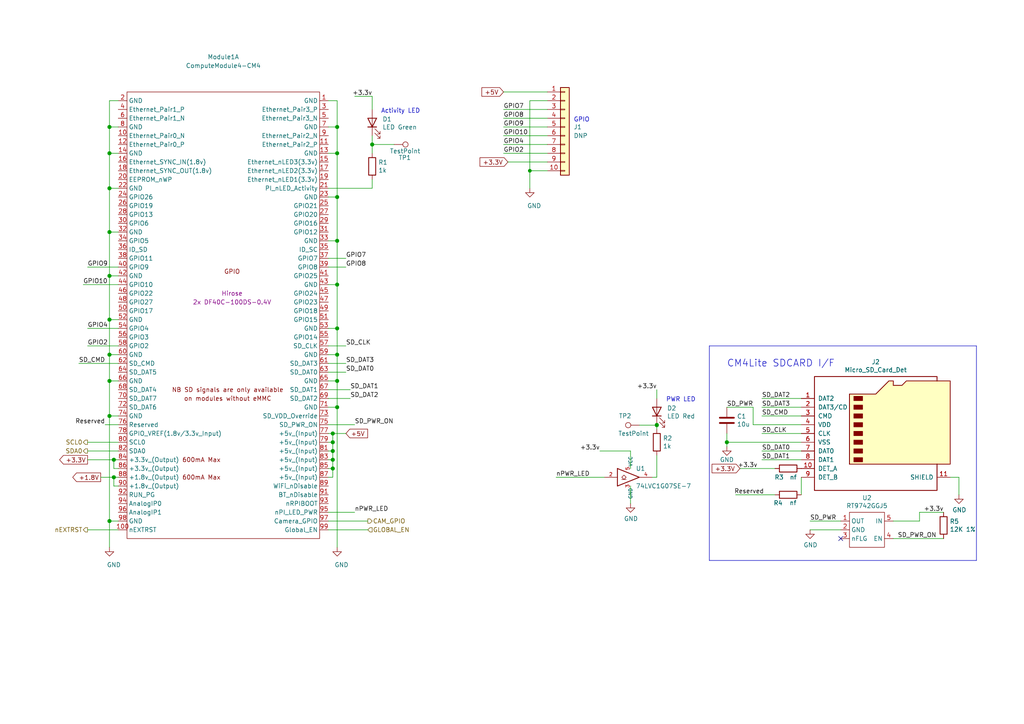
<source format=kicad_sch>
(kicad_sch (version 20211123) (generator eeschema)

  (uuid 83a82d4a-7a9d-44e2-82dd-30cf5ef14aa4)

  (paper "A4")

  (title_block
    (title "EZhud CM4 Carrier Board")
    (date "2022-07-17")
    (rev "v01")
    (company "ClearNav")
  )

  (lib_symbols
    (symbol "CM4IO:74LVC1G07_copy" (in_bom yes) (on_board yes)
      (property "Reference" "U" (id 0) (at -2.54 3.81 0)
        (effects (font (size 1.27 1.27)))
      )
      (property "Value" "74LVC1G07_copy" (id 1) (at 0 -3.81 0)
        (effects (font (size 1.27 1.27)))
      )
      (property "Footprint" "Package_TO_SOT_SMD:SOT-353_SC-70-5" (id 2) (at 0 0 0)
        (effects (font (size 1.27 1.27)) hide)
      )
      (property "Datasheet" "http://www.ti.com/lit/sg/scyt129e/scyt129e.pdf" (id 3) (at 0 0 0)
        (effects (font (size 1.27 1.27)) hide)
      )
      (property "ki_keywords" "Single Gate Buff LVC CMOS Open Drain" (id 4) (at 0 0 0)
        (effects (font (size 1.27 1.27)) hide)
      )
      (property "ki_description" "Single Buffer Gate w/ Open Drain, Low-Voltage CMOS" (id 5) (at 0 0 0)
        (effects (font (size 1.27 1.27)) hide)
      )
      (property "ki_fp_filters" "SOT* SG-*" (id 6) (at 0 0 0)
        (effects (font (size 1.27 1.27)) hide)
      )
      (symbol "74LVC1G07_copy_0_1"
        (polyline
          (pts
            (xy -2.54 -0.635)
            (xy -1.27 -0.635)
          )
          (stroke (width 0) (type default) (color 0 0 0 0))
          (fill (type none))
        )
        (polyline
          (pts
            (xy -3.81 2.54)
            (xy -3.81 -2.54)
            (xy 2.54 0)
            (xy -3.81 2.54)
          )
          (stroke (width 0.254) (type default) (color 0 0 0 0))
          (fill (type none))
        )
        (polyline
          (pts
            (xy -1.905 0.635)
            (xy -2.54 0)
            (xy -1.905 -0.635)
            (xy -1.27 0)
            (xy -1.905 0.635)
          )
          (stroke (width 0) (type default) (color 0 0 0 0))
          (fill (type none))
        )
      )
      (symbol "74LVC1G07_copy_1_1"
        (pin input line (at -7.62 0 0) (length 3.81)
          (name "~" (effects (font (size 1.016 1.016))))
          (number "2" (effects (font (size 1.016 1.016))))
        )
        (pin power_in line (at 0 -2.54 270) (length 0)
          (name "GND" (effects (font (size 1.016 1.016))))
          (number "3" (effects (font (size 1.016 1.016))))
        )
        (pin open_collector line (at 6.35 0 180) (length 3.81)
          (name "~" (effects (font (size 1.016 1.016))))
          (number "4" (effects (font (size 1.016 1.016))))
        )
        (pin power_in line (at 0 2.54 90) (length 0)
          (name "VCC" (effects (font (size 1.016 1.016))))
          (number "5" (effects (font (size 1.016 1.016))))
        )
      )
    )
    (symbol "CM4IO:ComputeModule4-CM4" (in_bom yes) (on_board yes)
      (property "Reference" "Module" (id 0) (at 113.03 -68.58 0)
        (effects (font (size 1.27 1.27)))
      )
      (property "Value" "ComputeModule4-CM4" (id 1) (at 140.97 2.54 0)
        (effects (font (size 1.27 1.27)))
      )
      (property "Footprint" "CM4IO:Raspberry-Pi-4-Compute-Module" (id 2) (at 142.24 -26.67 0)
        (effects (font (size 1.27 1.27)) hide)
      )
      (property "Datasheet" "" (id 3) (at 142.24 -26.67 0)
        (effects (font (size 1.27 1.27)) hide)
      )
      (property "Manufacturer" "Hirose" (id 4) (at 0 0 0)
        (effects (font (size 1.27 1.27)))
      )
      (property "MPN" "2x DF40C-100DS-0.4V" (id 5) (at 0 -2.54 0)
        (effects (font (size 1.27 1.27)))
      )
      (property "Digi-Key_PN" "2x H11615CT-ND" (id 6) (at 0 0 0)
        (effects (font (size 1.27 1.27)) hide)
      )
      (property "Digi-Key_PN (Alt)" "2x H124602CT-ND" (id 7) (at 0 0 0)
        (effects (font (size 1.27 1.27)) hide)
      )
      (property "MPN (Alt)" "2x DF40HC(3.0)-100DS-0.4V" (id 8) (at 0 0 0)
        (effects (font (size 1.27 1.27)))
      )
      (symbol "ComputeModule4-CM4_1_0"
        (text "GPIO" (at 0 6.35 0)
          (effects (font (size 1.27 1.27)))
        )
      )
      (symbol "ComputeModule4-CM4_1_1"
        (rectangle (start -30.48 -71.12) (end 25.4 58.42)
          (stroke (width 0) (type default) (color 0 0 0 0))
          (fill (type none))
        )
        (text "600mA Max" (at -8.89 -53.34 0)
          (effects (font (size 1.27 1.27)))
        )
        (text "600mA Max" (at -8.89 -48.26 0)
          (effects (font (size 1.27 1.27)))
        )
        (text "NB SD signals are only available" (at -1.27 -27.94 0)
          (effects (font (size 1.27 1.27)))
        )
        (text "on modules without eMMC" (at -1.27 -30.48 0)
          (effects (font (size 1.27 1.27)))
        )
        (pin power_in line (at 27.94 55.88 180) (length 2.54)
          (name "GND" (effects (font (size 1.27 1.27))))
          (number "1" (effects (font (size 1.27 1.27))))
        )
        (pin passive line (at -33.02 45.72 0) (length 2.54)
          (name "Ethernet_Pair0_N" (effects (font (size 1.27 1.27))))
          (number "10" (effects (font (size 1.27 1.27))))
        )
        (pin output line (at -33.02 -68.58 0) (length 2.54)
          (name "nEXTRST" (effects (font (size 1.27 1.27))))
          (number "100" (effects (font (size 1.27 1.27))))
        )
        (pin passive line (at 27.94 43.18 180) (length 2.54)
          (name "Ethernet_Pair2_P" (effects (font (size 1.27 1.27))))
          (number "11" (effects (font (size 1.27 1.27))))
        )
        (pin passive line (at -33.02 43.18 0) (length 2.54)
          (name "Ethernet_Pair0_P" (effects (font (size 1.27 1.27))))
          (number "12" (effects (font (size 1.27 1.27))))
        )
        (pin power_in line (at 27.94 40.64 180) (length 2.54)
          (name "GND" (effects (font (size 1.27 1.27))))
          (number "13" (effects (font (size 1.27 1.27))))
        )
        (pin power_in line (at -33.02 40.64 0) (length 2.54)
          (name "GND" (effects (font (size 1.27 1.27))))
          (number "14" (effects (font (size 1.27 1.27))))
        )
        (pin output line (at 27.94 38.1 180) (length 2.54)
          (name "Ethernet_nLED3(3.3v)" (effects (font (size 1.27 1.27))))
          (number "15" (effects (font (size 1.27 1.27))))
        )
        (pin input line (at -33.02 38.1 0) (length 2.54)
          (name "Ethernet_SYNC_IN(1.8v)" (effects (font (size 1.27 1.27))))
          (number "16" (effects (font (size 1.27 1.27))))
        )
        (pin output line (at 27.94 35.56 180) (length 2.54)
          (name "Ethernet_nLED2(3.3v)" (effects (font (size 1.27 1.27))))
          (number "17" (effects (font (size 1.27 1.27))))
        )
        (pin input line (at -33.02 35.56 0) (length 2.54)
          (name "Ethernet_SYNC_OUT(1.8v)" (effects (font (size 1.27 1.27))))
          (number "18" (effects (font (size 1.27 1.27))))
        )
        (pin output line (at 27.94 33.02 180) (length 2.54)
          (name "Ethernet_nLED1(3.3v)" (effects (font (size 1.27 1.27))))
          (number "19" (effects (font (size 1.27 1.27))))
        )
        (pin power_in line (at -33.02 55.88 0) (length 2.54)
          (name "GND" (effects (font (size 1.27 1.27))))
          (number "2" (effects (font (size 1.27 1.27))))
        )
        (pin passive line (at -33.02 33.02 0) (length 2.54)
          (name "EEPROM_nWP" (effects (font (size 1.27 1.27))))
          (number "20" (effects (font (size 1.27 1.27))))
        )
        (pin open_collector line (at 27.94 30.48 180) (length 2.54)
          (name "PI_nLED_Activity" (effects (font (size 1.27 1.27))))
          (number "21" (effects (font (size 1.27 1.27))))
        )
        (pin power_in line (at -33.02 30.48 0) (length 2.54)
          (name "GND" (effects (font (size 1.27 1.27))))
          (number "22" (effects (font (size 1.27 1.27))))
        )
        (pin power_in line (at 27.94 27.94 180) (length 2.54)
          (name "GND" (effects (font (size 1.27 1.27))))
          (number "23" (effects (font (size 1.27 1.27))))
        )
        (pin passive line (at -33.02 27.94 0) (length 2.54)
          (name "GPIO26" (effects (font (size 1.27 1.27))))
          (number "24" (effects (font (size 1.27 1.27))))
        )
        (pin passive line (at 27.94 25.4 180) (length 2.54)
          (name "GPIO21" (effects (font (size 1.27 1.27))))
          (number "25" (effects (font (size 1.27 1.27))))
        )
        (pin passive line (at -33.02 25.4 0) (length 2.54)
          (name "GPIO19" (effects (font (size 1.27 1.27))))
          (number "26" (effects (font (size 1.27 1.27))))
        )
        (pin passive line (at 27.94 22.86 180) (length 2.54)
          (name "GPIO20" (effects (font (size 1.27 1.27))))
          (number "27" (effects (font (size 1.27 1.27))))
        )
        (pin passive line (at -33.02 22.86 0) (length 2.54)
          (name "GPIO13" (effects (font (size 1.27 1.27))))
          (number "28" (effects (font (size 1.27 1.27))))
        )
        (pin passive line (at 27.94 20.32 180) (length 2.54)
          (name "GPIO16" (effects (font (size 1.27 1.27))))
          (number "29" (effects (font (size 1.27 1.27))))
        )
        (pin passive line (at 27.94 53.34 180) (length 2.54)
          (name "Ethernet_Pair3_P" (effects (font (size 1.27 1.27))))
          (number "3" (effects (font (size 1.27 1.27))))
        )
        (pin passive line (at -33.02 20.32 0) (length 2.54)
          (name "GPIO6" (effects (font (size 1.27 1.27))))
          (number "30" (effects (font (size 1.27 1.27))))
        )
        (pin passive line (at 27.94 17.78 180) (length 2.54)
          (name "GPIO12" (effects (font (size 1.27 1.27))))
          (number "31" (effects (font (size 1.27 1.27))))
        )
        (pin power_in line (at -33.02 17.78 0) (length 2.54)
          (name "GND" (effects (font (size 1.27 1.27))))
          (number "32" (effects (font (size 1.27 1.27))))
        )
        (pin power_in line (at 27.94 15.24 180) (length 2.54)
          (name "GND" (effects (font (size 1.27 1.27))))
          (number "33" (effects (font (size 1.27 1.27))))
        )
        (pin passive line (at -33.02 15.24 0) (length 2.54)
          (name "GPIO5" (effects (font (size 1.27 1.27))))
          (number "34" (effects (font (size 1.27 1.27))))
        )
        (pin passive line (at 27.94 12.7 180) (length 2.54)
          (name "ID_SC" (effects (font (size 1.27 1.27))))
          (number "35" (effects (font (size 1.27 1.27))))
        )
        (pin passive line (at -33.02 12.7 0) (length 2.54)
          (name "ID_SD" (effects (font (size 1.27 1.27))))
          (number "36" (effects (font (size 1.27 1.27))))
        )
        (pin passive line (at 27.94 10.16 180) (length 2.54)
          (name "GPIO7" (effects (font (size 1.27 1.27))))
          (number "37" (effects (font (size 1.27 1.27))))
        )
        (pin passive line (at -33.02 10.16 0) (length 2.54)
          (name "GPIO11" (effects (font (size 1.27 1.27))))
          (number "38" (effects (font (size 1.27 1.27))))
        )
        (pin passive line (at 27.94 7.62 180) (length 2.54)
          (name "GPIO8" (effects (font (size 1.27 1.27))))
          (number "39" (effects (font (size 1.27 1.27))))
        )
        (pin passive line (at -33.02 53.34 0) (length 2.54)
          (name "Ethernet_Pair1_P" (effects (font (size 1.27 1.27))))
          (number "4" (effects (font (size 1.27 1.27))))
        )
        (pin passive line (at -33.02 7.62 0) (length 2.54)
          (name "GPIO9" (effects (font (size 1.27 1.27))))
          (number "40" (effects (font (size 1.27 1.27))))
        )
        (pin passive line (at 27.94 5.08 180) (length 2.54)
          (name "GPIO25" (effects (font (size 1.27 1.27))))
          (number "41" (effects (font (size 1.27 1.27))))
        )
        (pin power_in line (at -33.02 5.08 0) (length 2.54)
          (name "GND" (effects (font (size 1.27 1.27))))
          (number "42" (effects (font (size 1.27 1.27))))
        )
        (pin power_in line (at 27.94 2.54 180) (length 2.54)
          (name "GND" (effects (font (size 1.27 1.27))))
          (number "43" (effects (font (size 1.27 1.27))))
        )
        (pin passive line (at -33.02 2.54 0) (length 2.54)
          (name "GPIO10" (effects (font (size 1.27 1.27))))
          (number "44" (effects (font (size 1.27 1.27))))
        )
        (pin passive line (at 27.94 0 180) (length 2.54)
          (name "GPIO24" (effects (font (size 1.27 1.27))))
          (number "45" (effects (font (size 1.27 1.27))))
        )
        (pin passive line (at -33.02 0 0) (length 2.54)
          (name "GPIO22" (effects (font (size 1.27 1.27))))
          (number "46" (effects (font (size 1.27 1.27))))
        )
        (pin passive line (at 27.94 -2.54 180) (length 2.54)
          (name "GPIO23" (effects (font (size 1.27 1.27))))
          (number "47" (effects (font (size 1.27 1.27))))
        )
        (pin passive line (at -33.02 -2.54 0) (length 2.54)
          (name "GPIO27" (effects (font (size 1.27 1.27))))
          (number "48" (effects (font (size 1.27 1.27))))
        )
        (pin passive line (at 27.94 -5.08 180) (length 2.54)
          (name "GPIO18" (effects (font (size 1.27 1.27))))
          (number "49" (effects (font (size 1.27 1.27))))
        )
        (pin passive line (at 27.94 50.8 180) (length 2.54)
          (name "Ethernet_Pair3_N" (effects (font (size 1.27 1.27))))
          (number "5" (effects (font (size 1.27 1.27))))
        )
        (pin passive line (at -33.02 -5.08 0) (length 2.54)
          (name "GPIO17" (effects (font (size 1.27 1.27))))
          (number "50" (effects (font (size 1.27 1.27))))
        )
        (pin passive line (at 27.94 -7.62 180) (length 2.54)
          (name "GPIO15" (effects (font (size 1.27 1.27))))
          (number "51" (effects (font (size 1.27 1.27))))
        )
        (pin power_in line (at -33.02 -7.62 0) (length 2.54)
          (name "GND" (effects (font (size 1.27 1.27))))
          (number "52" (effects (font (size 1.27 1.27))))
        )
        (pin power_in line (at 27.94 -10.16 180) (length 2.54)
          (name "GND" (effects (font (size 1.27 1.27))))
          (number "53" (effects (font (size 1.27 1.27))))
        )
        (pin passive line (at -33.02 -10.16 0) (length 2.54)
          (name "GPIO4" (effects (font (size 1.27 1.27))))
          (number "54" (effects (font (size 1.27 1.27))))
        )
        (pin passive line (at 27.94 -12.7 180) (length 2.54)
          (name "GPIO14" (effects (font (size 1.27 1.27))))
          (number "55" (effects (font (size 1.27 1.27))))
        )
        (pin passive line (at -33.02 -12.7 0) (length 2.54)
          (name "GPIO3" (effects (font (size 1.27 1.27))))
          (number "56" (effects (font (size 1.27 1.27))))
        )
        (pin passive line (at 27.94 -15.24 180) (length 2.54)
          (name "SD_CLK" (effects (font (size 1.27 1.27))))
          (number "57" (effects (font (size 1.27 1.27))))
        )
        (pin passive line (at -33.02 -15.24 0) (length 2.54)
          (name "GPIO2" (effects (font (size 1.27 1.27))))
          (number "58" (effects (font (size 1.27 1.27))))
        )
        (pin power_in line (at 27.94 -17.78 180) (length 2.54)
          (name "GND" (effects (font (size 1.27 1.27))))
          (number "59" (effects (font (size 1.27 1.27))))
        )
        (pin passive line (at -33.02 50.8 0) (length 2.54)
          (name "Ethernet_Pair1_N" (effects (font (size 1.27 1.27))))
          (number "6" (effects (font (size 1.27 1.27))))
        )
        (pin power_in line (at -33.02 -17.78 0) (length 2.54)
          (name "GND" (effects (font (size 1.27 1.27))))
          (number "60" (effects (font (size 1.27 1.27))))
        )
        (pin passive line (at 27.94 -20.32 180) (length 2.54)
          (name "SD_DAT3" (effects (font (size 1.27 1.27))))
          (number "61" (effects (font (size 1.27 1.27))))
        )
        (pin passive line (at -33.02 -20.32 0) (length 2.54)
          (name "SD_CMD" (effects (font (size 1.27 1.27))))
          (number "62" (effects (font (size 1.27 1.27))))
        )
        (pin passive line (at 27.94 -22.86 180) (length 2.54)
          (name "SD_DAT0" (effects (font (size 1.27 1.27))))
          (number "63" (effects (font (size 1.27 1.27))))
        )
        (pin passive line (at -33.02 -22.86 0) (length 2.54)
          (name "SD_DAT5" (effects (font (size 1.27 1.27))))
          (number "64" (effects (font (size 1.27 1.27))))
        )
        (pin power_in line (at 27.94 -25.4 180) (length 2.54)
          (name "GND" (effects (font (size 1.27 1.27))))
          (number "65" (effects (font (size 1.27 1.27))))
        )
        (pin power_in line (at -33.02 -25.4 0) (length 2.54)
          (name "GND" (effects (font (size 1.27 1.27))))
          (number "66" (effects (font (size 1.27 1.27))))
        )
        (pin passive line (at 27.94 -27.94 180) (length 2.54)
          (name "SD_DAT1" (effects (font (size 1.27 1.27))))
          (number "67" (effects (font (size 1.27 1.27))))
        )
        (pin passive line (at -33.02 -27.94 0) (length 2.54)
          (name "SD_DAT4" (effects (font (size 1.27 1.27))))
          (number "68" (effects (font (size 1.27 1.27))))
        )
        (pin passive line (at 27.94 -30.48 180) (length 2.54)
          (name "SD_DAT2" (effects (font (size 1.27 1.27))))
          (number "69" (effects (font (size 1.27 1.27))))
        )
        (pin power_in line (at 27.94 48.26 180) (length 2.54)
          (name "GND" (effects (font (size 1.27 1.27))))
          (number "7" (effects (font (size 1.27 1.27))))
        )
        (pin passive line (at -33.02 -30.48 0) (length 2.54)
          (name "SD_DAT7" (effects (font (size 1.27 1.27))))
          (number "70" (effects (font (size 1.27 1.27))))
        )
        (pin power_in line (at 27.94 -33.02 180) (length 2.54)
          (name "GND" (effects (font (size 1.27 1.27))))
          (number "71" (effects (font (size 1.27 1.27))))
        )
        (pin passive line (at -33.02 -33.02 0) (length 2.54)
          (name "SD_DAT6" (effects (font (size 1.27 1.27))))
          (number "72" (effects (font (size 1.27 1.27))))
        )
        (pin input line (at 27.94 -35.56 180) (length 2.54)
          (name "SD_VDD_Override" (effects (font (size 1.27 1.27))))
          (number "73" (effects (font (size 1.27 1.27))))
        )
        (pin power_in line (at -33.02 -35.56 0) (length 2.54)
          (name "GND" (effects (font (size 1.27 1.27))))
          (number "74" (effects (font (size 1.27 1.27))))
        )
        (pin output line (at 27.94 -38.1 180) (length 2.54)
          (name "SD_PWR_ON" (effects (font (size 1.27 1.27))))
          (number "75" (effects (font (size 1.27 1.27))))
        )
        (pin passive line (at -33.02 -38.1 0) (length 2.54)
          (name "Reserved" (effects (font (size 1.27 1.27))))
          (number "76" (effects (font (size 1.27 1.27))))
        )
        (pin power_in line (at 27.94 -40.64 180) (length 2.54)
          (name "+5v_(Input)" (effects (font (size 1.27 1.27))))
          (number "77" (effects (font (size 1.27 1.27))))
        )
        (pin power_in line (at -33.02 -40.64 0) (length 2.54)
          (name "GPIO_VREF(1.8v/3.3v_Input)" (effects (font (size 1.27 1.27))))
          (number "78" (effects (font (size 1.27 1.27))))
        )
        (pin power_in line (at 27.94 -43.18 180) (length 2.54)
          (name "+5v_(Input)" (effects (font (size 1.27 1.27))))
          (number "79" (effects (font (size 1.27 1.27))))
        )
        (pin power_in line (at -33.02 48.26 0) (length 2.54)
          (name "GND" (effects (font (size 1.27 1.27))))
          (number "8" (effects (font (size 1.27 1.27))))
        )
        (pin passive line (at -33.02 -43.18 0) (length 2.54)
          (name "SCL0" (effects (font (size 1.27 1.27))))
          (number "80" (effects (font (size 1.27 1.27))))
        )
        (pin power_in line (at 27.94 -45.72 180) (length 2.54)
          (name "+5v_(Input)" (effects (font (size 1.27 1.27))))
          (number "81" (effects (font (size 1.27 1.27))))
        )
        (pin passive line (at -33.02 -45.72 0) (length 2.54)
          (name "SDA0" (effects (font (size 1.27 1.27))))
          (number "82" (effects (font (size 1.27 1.27))))
        )
        (pin power_in line (at 27.94 -48.26 180) (length 2.54)
          (name "+5v_(Input)" (effects (font (size 1.27 1.27))))
          (number "83" (effects (font (size 1.27 1.27))))
        )
        (pin power_out line (at -33.02 -48.26 0) (length 2.54)
          (name "+3.3v_(Output)" (effects (font (size 1.27 1.27))))
          (number "84" (effects (font (size 1.27 1.27))))
        )
        (pin power_in line (at 27.94 -50.8 180) (length 2.54)
          (name "+5v_(Input)" (effects (font (size 1.27 1.27))))
          (number "85" (effects (font (size 1.27 1.27))))
        )
        (pin power_out line (at -33.02 -50.8 0) (length 2.54)
          (name "+3.3v_(Output)" (effects (font (size 1.27 1.27))))
          (number "86" (effects (font (size 1.27 1.27))))
        )
        (pin power_in line (at 27.94 -53.34 180) (length 2.54)
          (name "+5v_(Input)" (effects (font (size 1.27 1.27))))
          (number "87" (effects (font (size 1.27 1.27))))
        )
        (pin power_out line (at -33.02 -53.34 0) (length 2.54)
          (name "+1.8v_(Output)" (effects (font (size 1.27 1.27))))
          (number "88" (effects (font (size 1.27 1.27))))
        )
        (pin power_in line (at 27.94 -55.88 180) (length 2.54)
          (name "WiFi_nDisable" (effects (font (size 1.27 1.27))))
          (number "89" (effects (font (size 1.27 1.27))))
        )
        (pin passive line (at 27.94 45.72 180) (length 2.54)
          (name "Ethernet_Pair2_N" (effects (font (size 1.27 1.27))))
          (number "9" (effects (font (size 1.27 1.27))))
        )
        (pin power_out line (at -33.02 -55.88 0) (length 2.54)
          (name "+1.8v_(Output)" (effects (font (size 1.27 1.27))))
          (number "90" (effects (font (size 1.27 1.27))))
        )
        (pin power_in line (at 27.94 -58.42 180) (length 2.54)
          (name "BT_nDisable" (effects (font (size 1.27 1.27))))
          (number "91" (effects (font (size 1.27 1.27))))
        )
        (pin passive line (at -33.02 -58.42 0) (length 2.54)
          (name "RUN_PG" (effects (font (size 1.27 1.27))))
          (number "92" (effects (font (size 1.27 1.27))))
        )
        (pin input line (at 27.94 -60.96 180) (length 2.54)
          (name "nRPIBOOT" (effects (font (size 1.27 1.27))))
          (number "93" (effects (font (size 1.27 1.27))))
        )
        (pin passive line (at -33.02 -60.96 0) (length 2.54)
          (name "AnalogIP0" (effects (font (size 1.27 1.27))))
          (number "94" (effects (font (size 1.27 1.27))))
        )
        (pin output line (at 27.94 -63.5 180) (length 2.54)
          (name "nPI_LED_PWR" (effects (font (size 1.27 1.27))))
          (number "95" (effects (font (size 1.27 1.27))))
        )
        (pin passive line (at -33.02 -63.5 0) (length 2.54)
          (name "AnalogIP1" (effects (font (size 1.27 1.27))))
          (number "96" (effects (font (size 1.27 1.27))))
        )
        (pin passive line (at 27.94 -66.04 180) (length 2.54)
          (name "Camera_GPIO" (effects (font (size 1.27 1.27))))
          (number "97" (effects (font (size 1.27 1.27))))
        )
        (pin power_in line (at -33.02 -66.04 0) (length 2.54)
          (name "GND" (effects (font (size 1.27 1.27))))
          (number "98" (effects (font (size 1.27 1.27))))
        )
        (pin input line (at 27.94 -68.58 180) (length 2.54)
          (name "Global_EN" (effects (font (size 1.27 1.27))))
          (number "99" (effects (font (size 1.27 1.27))))
        )
      )
      (symbol "ComputeModule4-CM4_2_1"
        (rectangle (start 114.3 -66.04) (end 165.1 63.5)
          (stroke (width 0) (type default) (color 0 0 0 0))
          (fill (type none))
        )
        (text "High Speed Serial" (at 140.97 0 0)
          (effects (font (size 1.27 1.27)))
        )
        (pin input line (at 170.18 60.96 180) (length 5.08)
          (name "USB_OTG_ID" (effects (font (size 1.27 1.27))))
          (number "101" (effects (font (size 1.27 1.27))))
        )
        (pin input line (at 109.22 60.96 0) (length 5.08)
          (name "PCIe_CLK_nREQ" (effects (font (size 1.27 1.27))))
          (number "102" (effects (font (size 1.27 1.27))))
        )
        (pin passive line (at 170.18 58.42 180) (length 5.08)
          (name "USB2_N" (effects (font (size 1.27 1.27))))
          (number "103" (effects (font (size 1.27 1.27))))
        )
        (pin passive line (at 109.22 58.42 0) (length 5.08)
          (name "Reserved" (effects (font (size 1.27 1.27))))
          (number "104" (effects (font (size 1.27 1.27))))
        )
        (pin passive line (at 170.18 55.88 180) (length 5.08)
          (name "USB2_P" (effects (font (size 1.27 1.27))))
          (number "105" (effects (font (size 1.27 1.27))))
        )
        (pin passive line (at 109.22 55.88 0) (length 5.08)
          (name "Reserved" (effects (font (size 1.27 1.27))))
          (number "106" (effects (font (size 1.27 1.27))))
        )
        (pin power_in line (at 170.18 53.34 180) (length 5.08)
          (name "GND" (effects (font (size 1.27 1.27))))
          (number "107" (effects (font (size 1.27 1.27))))
        )
        (pin power_in line (at 109.22 53.34 0) (length 5.08)
          (name "GND" (effects (font (size 1.27 1.27))))
          (number "108" (effects (font (size 1.27 1.27))))
        )
        (pin bidirectional line (at 170.18 50.8 180) (length 5.08)
          (name "PCIe_nRST" (effects (font (size 1.27 1.27))))
          (number "109" (effects (font (size 1.27 1.27))))
        )
        (pin output line (at 109.22 50.8 0) (length 5.08)
          (name "PCIe_CLK_P" (effects (font (size 1.27 1.27))))
          (number "110" (effects (font (size 1.27 1.27))))
        )
        (pin passive line (at 170.18 48.26 180) (length 5.08)
          (name "VDAC_COMP" (effects (font (size 1.27 1.27))))
          (number "111" (effects (font (size 1.27 1.27))))
        )
        (pin output line (at 109.22 48.26 0) (length 5.08)
          (name "PCIe_CLK_N" (effects (font (size 1.27 1.27))))
          (number "112" (effects (font (size 1.27 1.27))))
        )
        (pin power_in line (at 170.18 45.72 180) (length 5.08)
          (name "GND" (effects (font (size 1.27 1.27))))
          (number "113" (effects (font (size 1.27 1.27))))
        )
        (pin power_in line (at 109.22 45.72 0) (length 5.08)
          (name "GND" (effects (font (size 1.27 1.27))))
          (number "114" (effects (font (size 1.27 1.27))))
        )
        (pin input line (at 170.18 43.18 180) (length 5.08)
          (name "CAM1_D0_N" (effects (font (size 1.27 1.27))))
          (number "115" (effects (font (size 1.27 1.27))))
        )
        (pin input line (at 109.22 43.18 0) (length 5.08)
          (name "PCIe_RX_P" (effects (font (size 1.27 1.27))))
          (number "116" (effects (font (size 1.27 1.27))))
        )
        (pin input line (at 170.18 40.64 180) (length 5.08)
          (name "CAM1_D0_P" (effects (font (size 1.27 1.27))))
          (number "117" (effects (font (size 1.27 1.27))))
        )
        (pin input line (at 109.22 40.64 0) (length 5.08)
          (name "PCIe_RX_N" (effects (font (size 1.27 1.27))))
          (number "118" (effects (font (size 1.27 1.27))))
        )
        (pin power_in line (at 170.18 38.1 180) (length 5.08)
          (name "GND" (effects (font (size 1.27 1.27))))
          (number "119" (effects (font (size 1.27 1.27))))
        )
        (pin power_in line (at 109.22 38.1 0) (length 5.08)
          (name "GND" (effects (font (size 1.27 1.27))))
          (number "120" (effects (font (size 1.27 1.27))))
        )
        (pin input line (at 170.18 35.56 180) (length 5.08)
          (name "CAM1_D1_N" (effects (font (size 1.27 1.27))))
          (number "121" (effects (font (size 1.27 1.27))))
        )
        (pin output line (at 109.22 35.56 0) (length 5.08)
          (name "PCIe_TX_P" (effects (font (size 1.27 1.27))))
          (number "122" (effects (font (size 1.27 1.27))))
        )
        (pin input line (at 170.18 33.02 180) (length 5.08)
          (name "CAM1_D1_P" (effects (font (size 1.27 1.27))))
          (number "123" (effects (font (size 1.27 1.27))))
        )
        (pin output line (at 109.22 33.02 0) (length 5.08)
          (name "PCIe_TX_N" (effects (font (size 1.27 1.27))))
          (number "124" (effects (font (size 1.27 1.27))))
        )
        (pin power_in line (at 170.18 30.48 180) (length 5.08)
          (name "GND" (effects (font (size 1.27 1.27))))
          (number "125" (effects (font (size 1.27 1.27))))
        )
        (pin power_in line (at 109.22 30.48 0) (length 5.08)
          (name "GND" (effects (font (size 1.27 1.27))))
          (number "126" (effects (font (size 1.27 1.27))))
        )
        (pin input line (at 170.18 27.94 180) (length 5.08)
          (name "CAM1_C_N" (effects (font (size 1.27 1.27))))
          (number "127" (effects (font (size 1.27 1.27))))
        )
        (pin input line (at 109.22 27.94 0) (length 5.08)
          (name "CAM0_D0_N" (effects (font (size 1.27 1.27))))
          (number "128" (effects (font (size 1.27 1.27))))
        )
        (pin input line (at 170.18 25.4 180) (length 5.08)
          (name "CAM1_C_P" (effects (font (size 1.27 1.27))))
          (number "129" (effects (font (size 1.27 1.27))))
        )
        (pin input line (at 109.22 25.4 0) (length 5.08)
          (name "CAM0_D0_P" (effects (font (size 1.27 1.27))))
          (number "130" (effects (font (size 1.27 1.27))))
        )
        (pin power_in line (at 170.18 22.86 180) (length 5.08)
          (name "GND" (effects (font (size 1.27 1.27))))
          (number "131" (effects (font (size 1.27 1.27))))
        )
        (pin power_in line (at 109.22 22.86 0) (length 5.08)
          (name "GND" (effects (font (size 1.27 1.27))))
          (number "132" (effects (font (size 1.27 1.27))))
        )
        (pin input line (at 170.18 20.32 180) (length 5.08)
          (name "CAM1_D2_N" (effects (font (size 1.27 1.27))))
          (number "133" (effects (font (size 1.27 1.27))))
        )
        (pin input line (at 109.22 20.32 0) (length 5.08)
          (name "CAM0_D1_N" (effects (font (size 1.27 1.27))))
          (number "134" (effects (font (size 1.27 1.27))))
        )
        (pin input line (at 170.18 17.78 180) (length 5.08)
          (name "CAM1_D2_P" (effects (font (size 1.27 1.27))))
          (number "135" (effects (font (size 1.27 1.27))))
        )
        (pin input line (at 109.22 17.78 0) (length 5.08)
          (name "CAM0_D1_P" (effects (font (size 1.27 1.27))))
          (number "136" (effects (font (size 1.27 1.27))))
        )
        (pin power_in line (at 170.18 15.24 180) (length 5.08)
          (name "GND" (effects (font (size 1.27 1.27))))
          (number "137" (effects (font (size 1.27 1.27))))
        )
        (pin power_in line (at 109.22 15.24 0) (length 5.08)
          (name "GND" (effects (font (size 1.27 1.27))))
          (number "138" (effects (font (size 1.27 1.27))))
        )
        (pin input line (at 170.18 12.7 180) (length 5.08)
          (name "CAM1_D3_N" (effects (font (size 1.27 1.27))))
          (number "139" (effects (font (size 1.27 1.27))))
        )
        (pin input line (at 109.22 12.7 0) (length 5.08)
          (name "CAM0_C_N" (effects (font (size 1.27 1.27))))
          (number "140" (effects (font (size 1.27 1.27))))
        )
        (pin input line (at 170.18 10.16 180) (length 5.08)
          (name "CAM1_D3_P" (effects (font (size 1.27 1.27))))
          (number "141" (effects (font (size 1.27 1.27))))
        )
        (pin input line (at 109.22 10.16 0) (length 5.08)
          (name "CAM0_C_P" (effects (font (size 1.27 1.27))))
          (number "142" (effects (font (size 1.27 1.27))))
        )
        (pin input line (at 170.18 7.62 180) (length 5.08)
          (name "HDMI1_HOTPLUG" (effects (font (size 1.27 1.27))))
          (number "143" (effects (font (size 1.27 1.27))))
        )
        (pin power_in line (at 109.22 7.62 0) (length 5.08)
          (name "GND" (effects (font (size 1.27 1.27))))
          (number "144" (effects (font (size 1.27 1.27))))
        )
        (pin bidirectional line (at 170.18 5.08 180) (length 5.08)
          (name "HDMI1_SDA" (effects (font (size 1.27 1.27))))
          (number "145" (effects (font (size 1.27 1.27))))
        )
        (pin output line (at 109.22 5.08 0) (length 5.08)
          (name "HDMI1_TX2_P" (effects (font (size 1.27 1.27))))
          (number "146" (effects (font (size 1.27 1.27))))
        )
        (pin open_collector line (at 170.18 2.54 180) (length 5.08)
          (name "HDMI1_SCL" (effects (font (size 1.27 1.27))))
          (number "147" (effects (font (size 1.27 1.27))))
        )
        (pin output line (at 109.22 2.54 0) (length 5.08)
          (name "HDMI1_TX2_N" (effects (font (size 1.27 1.27))))
          (number "148" (effects (font (size 1.27 1.27))))
        )
        (pin open_collector line (at 170.18 0 180) (length 5.08)
          (name "HDMI1_CEC" (effects (font (size 1.27 1.27))))
          (number "149" (effects (font (size 1.27 1.27))))
        )
        (pin power_in line (at 109.22 0 0) (length 5.08)
          (name "GND" (effects (font (size 1.27 1.27))))
          (number "150" (effects (font (size 1.27 1.27))))
        )
        (pin open_collector line (at 170.18 -2.54 180) (length 5.08)
          (name "HDMI0_CEC" (effects (font (size 1.27 1.27))))
          (number "151" (effects (font (size 1.27 1.27))))
        )
        (pin output line (at 109.22 -2.54 0) (length 5.08)
          (name "HDMI1_TX1_P" (effects (font (size 1.27 1.27))))
          (number "152" (effects (font (size 1.27 1.27))))
        )
        (pin input line (at 170.18 -5.08 180) (length 5.08)
          (name "HDMI0_HOTPLUG" (effects (font (size 1.27 1.27))))
          (number "153" (effects (font (size 1.27 1.27))))
        )
        (pin output line (at 109.22 -5.08 0) (length 5.08)
          (name "HDMI1_TX1_N" (effects (font (size 1.27 1.27))))
          (number "154" (effects (font (size 1.27 1.27))))
        )
        (pin power_in line (at 170.18 -7.62 180) (length 5.08)
          (name "GND" (effects (font (size 1.27 1.27))))
          (number "155" (effects (font (size 1.27 1.27))))
        )
        (pin power_in line (at 109.22 -7.62 0) (length 5.08)
          (name "GND" (effects (font (size 1.27 1.27))))
          (number "156" (effects (font (size 1.27 1.27))))
        )
        (pin output line (at 170.18 -10.16 180) (length 5.08)
          (name "DSI0_D0_N" (effects (font (size 1.27 1.27))))
          (number "157" (effects (font (size 1.27 1.27))))
        )
        (pin output line (at 109.22 -10.16 0) (length 5.08)
          (name "HDMI1_TX0_P" (effects (font (size 1.27 1.27))))
          (number "158" (effects (font (size 1.27 1.27))))
        )
        (pin output line (at 170.18 -12.7 180) (length 5.08)
          (name "DSI0_D0_P" (effects (font (size 1.27 1.27))))
          (number "159" (effects (font (size 1.27 1.27))))
        )
        (pin output line (at 109.22 -12.7 0) (length 5.08)
          (name "HDMI1_TX0_N" (effects (font (size 1.27 1.27))))
          (number "160" (effects (font (size 1.27 1.27))))
        )
        (pin power_in line (at 170.18 -15.24 180) (length 5.08)
          (name "GND" (effects (font (size 1.27 1.27))))
          (number "161" (effects (font (size 1.27 1.27))))
        )
        (pin power_in line (at 109.22 -15.24 0) (length 5.08)
          (name "GND" (effects (font (size 1.27 1.27))))
          (number "162" (effects (font (size 1.27 1.27))))
        )
        (pin output line (at 170.18 -17.78 180) (length 5.08)
          (name "DSI0_D1_N" (effects (font (size 1.27 1.27))))
          (number "163" (effects (font (size 1.27 1.27))))
        )
        (pin output line (at 109.22 -17.78 0) (length 5.08)
          (name "HDMI1_CLK_P" (effects (font (size 1.27 1.27))))
          (number "164" (effects (font (size 1.27 1.27))))
        )
        (pin output line (at 170.18 -20.32 180) (length 5.08)
          (name "DSI0_D1_P" (effects (font (size 1.27 1.27))))
          (number "165" (effects (font (size 1.27 1.27))))
        )
        (pin output line (at 109.22 -20.32 0) (length 5.08)
          (name "HDMI1_CLK_N" (effects (font (size 1.27 1.27))))
          (number "166" (effects (font (size 1.27 1.27))))
        )
        (pin power_in line (at 170.18 -22.86 180) (length 5.08)
          (name "GND" (effects (font (size 1.27 1.27))))
          (number "167" (effects (font (size 1.27 1.27))))
        )
        (pin power_in line (at 109.22 -22.86 0) (length 5.08)
          (name "GND" (effects (font (size 1.27 1.27))))
          (number "168" (effects (font (size 1.27 1.27))))
        )
        (pin output line (at 170.18 -25.4 180) (length 5.08)
          (name "DSI0_C_N" (effects (font (size 1.27 1.27))))
          (number "169" (effects (font (size 1.27 1.27))))
        )
        (pin output line (at 109.22 -25.4 0) (length 5.08)
          (name "HDMI0_TX2_P" (effects (font (size 1.27 1.27))))
          (number "170" (effects (font (size 1.27 1.27))))
        )
        (pin output line (at 170.18 -27.94 180) (length 5.08)
          (name "DSI0_C_P" (effects (font (size 1.27 1.27))))
          (number "171" (effects (font (size 1.27 1.27))))
        )
        (pin output line (at 109.22 -27.94 0) (length 5.08)
          (name "HDMI0_TX2_N" (effects (font (size 1.27 1.27))))
          (number "172" (effects (font (size 1.27 1.27))))
        )
        (pin power_in line (at 170.18 -30.48 180) (length 5.08)
          (name "GND" (effects (font (size 1.27 1.27))))
          (number "173" (effects (font (size 1.27 1.27))))
        )
        (pin power_in line (at 109.22 -30.48 0) (length 5.08)
          (name "GND" (effects (font (size 1.27 1.27))))
          (number "174" (effects (font (size 1.27 1.27))))
        )
        (pin output line (at 170.18 -33.02 180) (length 5.08)
          (name "DSI1_D0_N" (effects (font (size 1.27 1.27))))
          (number "175" (effects (font (size 1.27 1.27))))
        )
        (pin output line (at 109.22 -33.02 0) (length 5.08)
          (name "HDMI0_TX1_P" (effects (font (size 1.27 1.27))))
          (number "176" (effects (font (size 1.27 1.27))))
        )
        (pin output line (at 170.18 -35.56 180) (length 5.08)
          (name "DSI1_D0_P" (effects (font (size 1.27 1.27))))
          (number "177" (effects (font (size 1.27 1.27))))
        )
        (pin output line (at 109.22 -35.56 0) (length 5.08)
          (name "HDMI0_TX1_N" (effects (font (size 1.27 1.27))))
          (number "178" (effects (font (size 1.27 1.27))))
        )
        (pin power_in line (at 170.18 -38.1 180) (length 5.08)
          (name "GND" (effects (font (size 1.27 1.27))))
          (number "179" (effects (font (size 1.27 1.27))))
        )
        (pin power_in line (at 109.22 -38.1 0) (length 5.08)
          (name "GND" (effects (font (size 1.27 1.27))))
          (number "180" (effects (font (size 1.27 1.27))))
        )
        (pin output line (at 170.18 -40.64 180) (length 5.08)
          (name "DSI1_D1_N" (effects (font (size 1.27 1.27))))
          (number "181" (effects (font (size 1.27 1.27))))
        )
        (pin output line (at 109.22 -40.64 0) (length 5.08)
          (name "HDMI0_TX0_P" (effects (font (size 1.27 1.27))))
          (number "182" (effects (font (size 1.27 1.27))))
        )
        (pin output line (at 170.18 -43.18 180) (length 5.08)
          (name "DSI1_D1_P" (effects (font (size 1.27 1.27))))
          (number "183" (effects (font (size 1.27 1.27))))
        )
        (pin output line (at 109.22 -43.18 0) (length 5.08)
          (name "HDMI0_TX0_N" (effects (font (size 1.27 1.27))))
          (number "184" (effects (font (size 1.27 1.27))))
        )
        (pin power_in line (at 170.18 -45.72 180) (length 5.08)
          (name "GND" (effects (font (size 1.27 1.27))))
          (number "185" (effects (font (size 1.27 1.27))))
        )
        (pin power_in line (at 109.22 -45.72 0) (length 5.08)
          (name "GND" (effects (font (size 1.27 1.27))))
          (number "186" (effects (font (size 1.27 1.27))))
        )
        (pin output line (at 170.18 -48.26 180) (length 5.08)
          (name "DSI1_C_N" (effects (font (size 1.27 1.27))))
          (number "187" (effects (font (size 1.27 1.27))))
        )
        (pin output line (at 109.22 -48.26 0) (length 5.08)
          (name "HDMI0_CLK_P" (effects (font (size 1.27 1.27))))
          (number "188" (effects (font (size 1.27 1.27))))
        )
        (pin output line (at 170.18 -50.8 180) (length 5.08)
          (name "DSI1_C_P" (effects (font (size 1.27 1.27))))
          (number "189" (effects (font (size 1.27 1.27))))
        )
        (pin output line (at 109.22 -50.8 0) (length 5.08)
          (name "HDMI0_CLK_N" (effects (font (size 1.27 1.27))))
          (number "190" (effects (font (size 1.27 1.27))))
        )
        (pin power_in line (at 170.18 -53.34 180) (length 5.08)
          (name "GND" (effects (font (size 1.27 1.27))))
          (number "191" (effects (font (size 1.27 1.27))))
        )
        (pin power_in line (at 109.22 -53.34 0) (length 5.08)
          (name "GND" (effects (font (size 1.27 1.27))))
          (number "192" (effects (font (size 1.27 1.27))))
        )
        (pin output line (at 170.18 -55.88 180) (length 5.08)
          (name "DSI1_D2_N" (effects (font (size 1.27 1.27))))
          (number "193" (effects (font (size 1.27 1.27))))
        )
        (pin output line (at 109.22 -55.88 0) (length 5.08)
          (name "DSI1_D3_N" (effects (font (size 1.27 1.27))))
          (number "194" (effects (font (size 1.27 1.27))))
        )
        (pin output line (at 170.18 -58.42 180) (length 5.08)
          (name "DSI1_D2_P" (effects (font (size 1.27 1.27))))
          (number "195" (effects (font (size 1.27 1.27))))
        )
        (pin output line (at 109.22 -58.42 0) (length 5.08)
          (name "DSI1_D3_P" (effects (font (size 1.27 1.27))))
          (number "196" (effects (font (size 1.27 1.27))))
        )
        (pin power_in line (at 170.18 -60.96 180) (length 5.08)
          (name "GND" (effects (font (size 1.27 1.27))))
          (number "197" (effects (font (size 1.27 1.27))))
        )
        (pin power_in line (at 109.22 -60.96 0) (length 5.08)
          (name "GND" (effects (font (size 1.27 1.27))))
          (number "198" (effects (font (size 1.27 1.27))))
        )
        (pin bidirectional line (at 170.18 -63.5 180) (length 5.08)
          (name "HDMI0_SDA" (effects (font (size 1.27 1.27))))
          (number "199" (effects (font (size 1.27 1.27))))
        )
        (pin open_collector line (at 109.22 -63.5 0) (length 5.08)
          (name "HDMI0_SCL" (effects (font (size 1.27 1.27))))
          (number "200" (effects (font (size 1.27 1.27))))
        )
      )
    )
    (symbol "CM4IO:RT9742GGJ5" (in_bom yes) (on_board yes)
      (property "Reference" "U" (id 0) (at 0 0 0)
        (effects (font (size 1.27 1.27)))
      )
      (property "Value" "RT9742GGJ5" (id 1) (at 0 0 0)
        (effects (font (size 1.27 1.27)))
      )
      (property "Footprint" "Package_TO_SOT_SMD:SOT-23-5" (id 2) (at 0 0 0)
        (effects (font (size 1.27 1.27)) hide)
      )
      (property "Datasheet" "https://www.richtek.com/assets/product_file/RT9742/DS9742-00.pdf" (id 3) (at 0 0 0)
        (effects (font (size 1.27 1.27)) hide)
      )
      (symbol "RT9742GGJ5_0_0"
        (pin power_out line (at -8.89 10.16 0) (length 2.54)
          (name "OUT" (effects (font (size 1.27 1.27))))
          (number "1" (effects (font (size 1.27 1.27))))
        )
        (pin power_in line (at -8.89 7.62 0) (length 2.54)
          (name "GND" (effects (font (size 1.27 1.27))))
          (number "2" (effects (font (size 1.27 1.27))))
        )
        (pin open_collector line (at -8.89 5.08 0) (length 2.54)
          (name "nFLG" (effects (font (size 1.27 1.27))))
          (number "3" (effects (font (size 1.27 1.27))))
        )
        (pin input line (at 6.35 5.08 180) (length 2.54)
          (name "EN" (effects (font (size 1.27 1.27))))
          (number "4" (effects (font (size 1.27 1.27))))
        )
        (pin power_in line (at 6.35 10.16 180) (length 2.54)
          (name "IN" (effects (font (size 1.27 1.27))))
          (number "5" (effects (font (size 1.27 1.27))))
        )
      )
      (symbol "RT9742GGJ5_0_1"
        (rectangle (start -6.35 12.7) (end 3.81 2.54)
          (stroke (width 0) (type default) (color 0 0 0 0))
          (fill (type none))
        )
      )
    )
    (symbol "Connector:Micro_SD_Card_Det" (pin_names (offset 1.016)) (in_bom yes) (on_board yes)
      (property "Reference" "J" (id 0) (at -16.51 17.78 0)
        (effects (font (size 1.27 1.27)))
      )
      (property "Value" "Micro_SD_Card_Det" (id 1) (at 16.51 17.78 0)
        (effects (font (size 1.27 1.27)) (justify right))
      )
      (property "Footprint" "" (id 2) (at 52.07 17.78 0)
        (effects (font (size 1.27 1.27)) hide)
      )
      (property "Datasheet" "https://www.hirose.com/product/en/download_file/key_name/DM3/category/Catalog/doc_file_id/49662/?file_category_id=4&item_id=195&is_series=1" (id 3) (at 0 2.54 0)
        (effects (font (size 1.27 1.27)) hide)
      )
      (property "ki_keywords" "connector SD microsd" (id 4) (at 0 0 0)
        (effects (font (size 1.27 1.27)) hide)
      )
      (property "ki_description" "Micro SD Card Socket with card detection pins" (id 5) (at 0 0 0)
        (effects (font (size 1.27 1.27)) hide)
      )
      (property "ki_fp_filters" "microSD*" (id 6) (at 0 0 0)
        (effects (font (size 1.27 1.27)) hide)
      )
      (symbol "Micro_SD_Card_Det_0_1"
        (rectangle (start -7.62 -6.985) (end -5.08 -8.255)
          (stroke (width 0) (type default) (color 0 0 0 0))
          (fill (type outline))
        )
        (rectangle (start -7.62 -4.445) (end -5.08 -5.715)
          (stroke (width 0) (type default) (color 0 0 0 0))
          (fill (type outline))
        )
        (rectangle (start -7.62 -1.905) (end -5.08 -3.175)
          (stroke (width 0) (type default) (color 0 0 0 0))
          (fill (type outline))
        )
        (rectangle (start -7.62 0.635) (end -5.08 -0.635)
          (stroke (width 0) (type default) (color 0 0 0 0))
          (fill (type outline))
        )
        (rectangle (start -7.62 3.175) (end -5.08 1.905)
          (stroke (width 0) (type default) (color 0 0 0 0))
          (fill (type outline))
        )
        (rectangle (start -7.62 5.715) (end -5.08 4.445)
          (stroke (width 0) (type default) (color 0 0 0 0))
          (fill (type outline))
        )
        (rectangle (start -7.62 8.255) (end -5.08 6.985)
          (stroke (width 0) (type default) (color 0 0 0 0))
          (fill (type outline))
        )
        (rectangle (start -7.62 10.795) (end -5.08 9.525)
          (stroke (width 0) (type default) (color 0 0 0 0))
          (fill (type outline))
        )
        (polyline
          (pts
            (xy 16.51 15.24)
            (xy 16.51 16.51)
            (xy -19.05 16.51)
            (xy -19.05 -16.51)
            (xy 16.51 -16.51)
            (xy 16.51 -8.89)
          )
          (stroke (width 0.254) (type default) (color 0 0 0 0))
          (fill (type none))
        )
        (polyline
          (pts
            (xy -8.89 -8.89)
            (xy -8.89 11.43)
            (xy -1.27 11.43)
            (xy 2.54 15.24)
            (xy 3.81 15.24)
            (xy 3.81 13.97)
            (xy 6.35 13.97)
            (xy 7.62 15.24)
            (xy 20.32 15.24)
            (xy 20.32 -8.89)
            (xy -8.89 -8.89)
          )
          (stroke (width 0.254) (type default) (color 0 0 0 0))
          (fill (type background))
        )
      )
      (symbol "Micro_SD_Card_Det_1_1"
        (pin bidirectional line (at -22.86 10.16 0) (length 3.81)
          (name "DAT2" (effects (font (size 1.27 1.27))))
          (number "1" (effects (font (size 1.27 1.27))))
        )
        (pin passive line (at -22.86 -10.16 0) (length 3.81)
          (name "DET_A" (effects (font (size 1.27 1.27))))
          (number "10" (effects (font (size 1.27 1.27))))
        )
        (pin passive line (at 20.32 -12.7 180) (length 3.81)
          (name "SHIELD" (effects (font (size 1.27 1.27))))
          (number "11" (effects (font (size 1.27 1.27))))
        )
        (pin bidirectional line (at -22.86 7.62 0) (length 3.81)
          (name "DAT3/CD" (effects (font (size 1.27 1.27))))
          (number "2" (effects (font (size 1.27 1.27))))
        )
        (pin input line (at -22.86 5.08 0) (length 3.81)
          (name "CMD" (effects (font (size 1.27 1.27))))
          (number "3" (effects (font (size 1.27 1.27))))
        )
        (pin power_in line (at -22.86 2.54 0) (length 3.81)
          (name "VDD" (effects (font (size 1.27 1.27))))
          (number "4" (effects (font (size 1.27 1.27))))
        )
        (pin input line (at -22.86 0 0) (length 3.81)
          (name "CLK" (effects (font (size 1.27 1.27))))
          (number "5" (effects (font (size 1.27 1.27))))
        )
        (pin power_in line (at -22.86 -2.54 0) (length 3.81)
          (name "VSS" (effects (font (size 1.27 1.27))))
          (number "6" (effects (font (size 1.27 1.27))))
        )
        (pin bidirectional line (at -22.86 -5.08 0) (length 3.81)
          (name "DAT0" (effects (font (size 1.27 1.27))))
          (number "7" (effects (font (size 1.27 1.27))))
        )
        (pin bidirectional line (at -22.86 -7.62 0) (length 3.81)
          (name "DAT1" (effects (font (size 1.27 1.27))))
          (number "8" (effects (font (size 1.27 1.27))))
        )
        (pin passive line (at -22.86 -12.7 0) (length 3.81)
          (name "DET_B" (effects (font (size 1.27 1.27))))
          (number "9" (effects (font (size 1.27 1.27))))
        )
      )
    )
    (symbol "Connector:TestPoint" (pin_numbers hide) (pin_names (offset 0.762) hide) (in_bom yes) (on_board yes)
      (property "Reference" "TP" (id 0) (at 0 6.858 0)
        (effects (font (size 1.27 1.27)))
      )
      (property "Value" "TestPoint" (id 1) (at 0 5.08 0)
        (effects (font (size 1.27 1.27)))
      )
      (property "Footprint" "" (id 2) (at 5.08 0 0)
        (effects (font (size 1.27 1.27)) hide)
      )
      (property "Datasheet" "~" (id 3) (at 5.08 0 0)
        (effects (font (size 1.27 1.27)) hide)
      )
      (property "ki_keywords" "test point tp" (id 4) (at 0 0 0)
        (effects (font (size 1.27 1.27)) hide)
      )
      (property "ki_description" "test point" (id 5) (at 0 0 0)
        (effects (font (size 1.27 1.27)) hide)
      )
      (property "ki_fp_filters" "Pin* Test*" (id 6) (at 0 0 0)
        (effects (font (size 1.27 1.27)) hide)
      )
      (symbol "TestPoint_0_1"
        (circle (center 0 3.302) (radius 0.762)
          (stroke (width 0) (type default) (color 0 0 0 0))
          (fill (type none))
        )
      )
      (symbol "TestPoint_1_1"
        (pin passive line (at 0 0 90) (length 2.54)
          (name "1" (effects (font (size 1.27 1.27))))
          (number "1" (effects (font (size 1.27 1.27))))
        )
      )
    )
    (symbol "Connector_Generic:Conn_01x10" (pin_names (offset 1.016) hide) (in_bom yes) (on_board yes)
      (property "Reference" "J" (id 0) (at 0 12.7 0)
        (effects (font (size 1.27 1.27)))
      )
      (property "Value" "Conn_01x10" (id 1) (at 0 -15.24 0)
        (effects (font (size 1.27 1.27)))
      )
      (property "Footprint" "" (id 2) (at 0 0 0)
        (effects (font (size 1.27 1.27)) hide)
      )
      (property "Datasheet" "~" (id 3) (at 0 0 0)
        (effects (font (size 1.27 1.27)) hide)
      )
      (property "ki_keywords" "connector" (id 4) (at 0 0 0)
        (effects (font (size 1.27 1.27)) hide)
      )
      (property "ki_description" "Generic connector, single row, 01x10, script generated (kicad-library-utils/schlib/autogen/connector/)" (id 5) (at 0 0 0)
        (effects (font (size 1.27 1.27)) hide)
      )
      (property "ki_fp_filters" "Connector*:*_1x??_*" (id 6) (at 0 0 0)
        (effects (font (size 1.27 1.27)) hide)
      )
      (symbol "Conn_01x10_1_1"
        (rectangle (start -1.27 -12.573) (end 0 -12.827)
          (stroke (width 0.1524) (type default) (color 0 0 0 0))
          (fill (type none))
        )
        (rectangle (start -1.27 -10.033) (end 0 -10.287)
          (stroke (width 0.1524) (type default) (color 0 0 0 0))
          (fill (type none))
        )
        (rectangle (start -1.27 -7.493) (end 0 -7.747)
          (stroke (width 0.1524) (type default) (color 0 0 0 0))
          (fill (type none))
        )
        (rectangle (start -1.27 -4.953) (end 0 -5.207)
          (stroke (width 0.1524) (type default) (color 0 0 0 0))
          (fill (type none))
        )
        (rectangle (start -1.27 -2.413) (end 0 -2.667)
          (stroke (width 0.1524) (type default) (color 0 0 0 0))
          (fill (type none))
        )
        (rectangle (start -1.27 0.127) (end 0 -0.127)
          (stroke (width 0.1524) (type default) (color 0 0 0 0))
          (fill (type none))
        )
        (rectangle (start -1.27 2.667) (end 0 2.413)
          (stroke (width 0.1524) (type default) (color 0 0 0 0))
          (fill (type none))
        )
        (rectangle (start -1.27 5.207) (end 0 4.953)
          (stroke (width 0.1524) (type default) (color 0 0 0 0))
          (fill (type none))
        )
        (rectangle (start -1.27 7.747) (end 0 7.493)
          (stroke (width 0.1524) (type default) (color 0 0 0 0))
          (fill (type none))
        )
        (rectangle (start -1.27 10.287) (end 0 10.033)
          (stroke (width 0.1524) (type default) (color 0 0 0 0))
          (fill (type none))
        )
        (rectangle (start -1.27 11.43) (end 1.27 -13.97)
          (stroke (width 0.254) (type default) (color 0 0 0 0))
          (fill (type background))
        )
        (pin passive line (at -5.08 10.16 0) (length 3.81)
          (name "Pin_1" (effects (font (size 1.27 1.27))))
          (number "1" (effects (font (size 1.27 1.27))))
        )
        (pin passive line (at -5.08 -12.7 0) (length 3.81)
          (name "Pin_10" (effects (font (size 1.27 1.27))))
          (number "10" (effects (font (size 1.27 1.27))))
        )
        (pin passive line (at -5.08 7.62 0) (length 3.81)
          (name "Pin_2" (effects (font (size 1.27 1.27))))
          (number "2" (effects (font (size 1.27 1.27))))
        )
        (pin passive line (at -5.08 5.08 0) (length 3.81)
          (name "Pin_3" (effects (font (size 1.27 1.27))))
          (number "3" (effects (font (size 1.27 1.27))))
        )
        (pin passive line (at -5.08 2.54 0) (length 3.81)
          (name "Pin_4" (effects (font (size 1.27 1.27))))
          (number "4" (effects (font (size 1.27 1.27))))
        )
        (pin passive line (at -5.08 0 0) (length 3.81)
          (name "Pin_5" (effects (font (size 1.27 1.27))))
          (number "5" (effects (font (size 1.27 1.27))))
        )
        (pin passive line (at -5.08 -2.54 0) (length 3.81)
          (name "Pin_6" (effects (font (size 1.27 1.27))))
          (number "6" (effects (font (size 1.27 1.27))))
        )
        (pin passive line (at -5.08 -5.08 0) (length 3.81)
          (name "Pin_7" (effects (font (size 1.27 1.27))))
          (number "7" (effects (font (size 1.27 1.27))))
        )
        (pin passive line (at -5.08 -7.62 0) (length 3.81)
          (name "Pin_8" (effects (font (size 1.27 1.27))))
          (number "8" (effects (font (size 1.27 1.27))))
        )
        (pin passive line (at -5.08 -10.16 0) (length 3.81)
          (name "Pin_9" (effects (font (size 1.27 1.27))))
          (number "9" (effects (font (size 1.27 1.27))))
        )
      )
    )
    (symbol "Device:C" (pin_numbers hide) (pin_names (offset 0.254)) (in_bom yes) (on_board yes)
      (property "Reference" "C" (id 0) (at 0.635 2.54 0)
        (effects (font (size 1.27 1.27)) (justify left))
      )
      (property "Value" "C" (id 1) (at 0.635 -2.54 0)
        (effects (font (size 1.27 1.27)) (justify left))
      )
      (property "Footprint" "" (id 2) (at 0.9652 -3.81 0)
        (effects (font (size 1.27 1.27)) hide)
      )
      (property "Datasheet" "~" (id 3) (at 0 0 0)
        (effects (font (size 1.27 1.27)) hide)
      )
      (property "ki_keywords" "cap capacitor" (id 4) (at 0 0 0)
        (effects (font (size 1.27 1.27)) hide)
      )
      (property "ki_description" "Unpolarized capacitor" (id 5) (at 0 0 0)
        (effects (font (size 1.27 1.27)) hide)
      )
      (property "ki_fp_filters" "C_*" (id 6) (at 0 0 0)
        (effects (font (size 1.27 1.27)) hide)
      )
      (symbol "C_0_1"
        (polyline
          (pts
            (xy -2.032 -0.762)
            (xy 2.032 -0.762)
          )
          (stroke (width 0.508) (type default) (color 0 0 0 0))
          (fill (type none))
        )
        (polyline
          (pts
            (xy -2.032 0.762)
            (xy 2.032 0.762)
          )
          (stroke (width 0.508) (type default) (color 0 0 0 0))
          (fill (type none))
        )
      )
      (symbol "C_1_1"
        (pin passive line (at 0 3.81 270) (length 2.794)
          (name "~" (effects (font (size 1.27 1.27))))
          (number "1" (effects (font (size 1.27 1.27))))
        )
        (pin passive line (at 0 -3.81 90) (length 2.794)
          (name "~" (effects (font (size 1.27 1.27))))
          (number "2" (effects (font (size 1.27 1.27))))
        )
      )
    )
    (symbol "Device:LED" (pin_numbers hide) (pin_names (offset 1.016) hide) (in_bom yes) (on_board yes)
      (property "Reference" "D" (id 0) (at 0 2.54 0)
        (effects (font (size 1.27 1.27)))
      )
      (property "Value" "LED" (id 1) (at 0 -2.54 0)
        (effects (font (size 1.27 1.27)))
      )
      (property "Footprint" "" (id 2) (at 0 0 0)
        (effects (font (size 1.27 1.27)) hide)
      )
      (property "Datasheet" "~" (id 3) (at 0 0 0)
        (effects (font (size 1.27 1.27)) hide)
      )
      (property "ki_keywords" "LED diode" (id 4) (at 0 0 0)
        (effects (font (size 1.27 1.27)) hide)
      )
      (property "ki_description" "Light emitting diode" (id 5) (at 0 0 0)
        (effects (font (size 1.27 1.27)) hide)
      )
      (property "ki_fp_filters" "LED* LED_SMD:* LED_THT:*" (id 6) (at 0 0 0)
        (effects (font (size 1.27 1.27)) hide)
      )
      (symbol "LED_0_1"
        (polyline
          (pts
            (xy -1.27 -1.27)
            (xy -1.27 1.27)
          )
          (stroke (width 0.254) (type default) (color 0 0 0 0))
          (fill (type none))
        )
        (polyline
          (pts
            (xy -1.27 0)
            (xy 1.27 0)
          )
          (stroke (width 0) (type default) (color 0 0 0 0))
          (fill (type none))
        )
        (polyline
          (pts
            (xy 1.27 -1.27)
            (xy 1.27 1.27)
            (xy -1.27 0)
            (xy 1.27 -1.27)
          )
          (stroke (width 0.254) (type default) (color 0 0 0 0))
          (fill (type none))
        )
        (polyline
          (pts
            (xy -3.048 -0.762)
            (xy -4.572 -2.286)
            (xy -3.81 -2.286)
            (xy -4.572 -2.286)
            (xy -4.572 -1.524)
          )
          (stroke (width 0) (type default) (color 0 0 0 0))
          (fill (type none))
        )
        (polyline
          (pts
            (xy -1.778 -0.762)
            (xy -3.302 -2.286)
            (xy -2.54 -2.286)
            (xy -3.302 -2.286)
            (xy -3.302 -1.524)
          )
          (stroke (width 0) (type default) (color 0 0 0 0))
          (fill (type none))
        )
      )
      (symbol "LED_1_1"
        (pin passive line (at -3.81 0 0) (length 2.54)
          (name "K" (effects (font (size 1.27 1.27))))
          (number "1" (effects (font (size 1.27 1.27))))
        )
        (pin passive line (at 3.81 0 180) (length 2.54)
          (name "A" (effects (font (size 1.27 1.27))))
          (number "2" (effects (font (size 1.27 1.27))))
        )
      )
    )
    (symbol "Device:R" (pin_numbers hide) (pin_names (offset 0)) (in_bom yes) (on_board yes)
      (property "Reference" "R" (id 0) (at 2.032 0 90)
        (effects (font (size 1.27 1.27)))
      )
      (property "Value" "R" (id 1) (at 0 0 90)
        (effects (font (size 1.27 1.27)))
      )
      (property "Footprint" "" (id 2) (at -1.778 0 90)
        (effects (font (size 1.27 1.27)) hide)
      )
      (property "Datasheet" "~" (id 3) (at 0 0 0)
        (effects (font (size 1.27 1.27)) hide)
      )
      (property "ki_keywords" "R res resistor" (id 4) (at 0 0 0)
        (effects (font (size 1.27 1.27)) hide)
      )
      (property "ki_description" "Resistor" (id 5) (at 0 0 0)
        (effects (font (size 1.27 1.27)) hide)
      )
      (property "ki_fp_filters" "R_*" (id 6) (at 0 0 0)
        (effects (font (size 1.27 1.27)) hide)
      )
      (symbol "R_0_1"
        (rectangle (start -1.016 -2.54) (end 1.016 2.54)
          (stroke (width 0.254) (type default) (color 0 0 0 0))
          (fill (type none))
        )
      )
      (symbol "R_1_1"
        (pin passive line (at 0 3.81 270) (length 1.27)
          (name "~" (effects (font (size 1.27 1.27))))
          (number "1" (effects (font (size 1.27 1.27))))
        )
        (pin passive line (at 0 -3.81 90) (length 1.27)
          (name "~" (effects (font (size 1.27 1.27))))
          (number "2" (effects (font (size 1.27 1.27))))
        )
      )
    )
    (symbol "power:GND" (power) (pin_names (offset 0)) (in_bom yes) (on_board yes)
      (property "Reference" "#PWR" (id 0) (at 0 -6.35 0)
        (effects (font (size 1.27 1.27)) hide)
      )
      (property "Value" "GND" (id 1) (at 0 -3.81 0)
        (effects (font (size 1.27 1.27)))
      )
      (property "Footprint" "" (id 2) (at 0 0 0)
        (effects (font (size 1.27 1.27)) hide)
      )
      (property "Datasheet" "" (id 3) (at 0 0 0)
        (effects (font (size 1.27 1.27)) hide)
      )
      (property "ki_keywords" "power-flag" (id 4) (at 0 0 0)
        (effects (font (size 1.27 1.27)) hide)
      )
      (property "ki_description" "Power symbol creates a global label with name \"GND\" , ground" (id 5) (at 0 0 0)
        (effects (font (size 1.27 1.27)) hide)
      )
      (symbol "GND_0_1"
        (polyline
          (pts
            (xy 0 0)
            (xy 0 -1.27)
            (xy 1.27 -1.27)
            (xy 0 -2.54)
            (xy -1.27 -1.27)
            (xy 0 -1.27)
          )
          (stroke (width 0) (type default) (color 0 0 0 0))
          (fill (type none))
        )
      )
      (symbol "GND_1_1"
        (pin power_in line (at 0 0 270) (length 0) hide
          (name "GND" (effects (font (size 1.27 1.27))))
          (number "1" (effects (font (size 1.27 1.27))))
        )
      )
    )
  )

  (junction (at 31.75 120.65) (diameter 1.016) (color 0 0 0 0)
    (uuid 0064373b-e740-428a-92c9-c197732b9c8e)
  )
  (junction (at 210.82 128.27) (diameter 1.016) (color 0 0 0 0)
    (uuid 08d2f85f-c519-4e4b-bca7-49a4d14cfafd)
  )
  (junction (at 97.79 69.85) (diameter 1.016) (color 0 0 0 0)
    (uuid 0e62fdfc-795f-473f-9253-ef80d7274fa9)
  )
  (junction (at 31.75 102.87) (diameter 1.016) (color 0 0 0 0)
    (uuid 15bdb91a-7223-4307-89cb-878d08aba669)
  )
  (junction (at 97.79 57.15) (diameter 1.016) (color 0 0 0 0)
    (uuid 170a0f8a-9883-4f99-89c6-ac2b23130587)
  )
  (junction (at 97.79 102.87) (diameter 1.016) (color 0 0 0 0)
    (uuid 2315edc4-e7e5-4de0-aa2f-df23a4be2807)
  )
  (junction (at 190.5 123.317) (diameter 1.016) (color 0 0 0 0)
    (uuid 24d8b52b-1b8b-48fa-9c26-afe10e64c502)
  )
  (junction (at 33.02 133.35) (diameter 1.016) (color 0 0 0 0)
    (uuid 3e0bbe5c-4101-461c-9736-60d5d6da13a0)
  )
  (junction (at 97.79 95.25) (diameter 1.016) (color 0 0 0 0)
    (uuid 4a52301a-d271-453c-b884-ab90b24eeef6)
  )
  (junction (at 31.75 110.49) (diameter 1.016) (color 0 0 0 0)
    (uuid 523fb581-a229-4e94-8543-96270a7ff447)
  )
  (junction (at 31.75 92.71) (diameter 1.016) (color 0 0 0 0)
    (uuid 5ac31d3a-f03b-4c93-a64e-333b4fb054c5)
  )
  (junction (at 33.02 138.43) (diameter 1.016) (color 0 0 0 0)
    (uuid 5d783b8e-13c1-4d2c-8a95-df4860252679)
  )
  (junction (at 190.5 123.19) (diameter 0) (color 0 0 0 0)
    (uuid 60900156-cade-4bde-8a75-b1428631d1f2)
  )
  (junction (at 97.79 110.49) (diameter 1.016) (color 0 0 0 0)
    (uuid 682007a4-c731-4e46-b49e-ab5a08c57af5)
  )
  (junction (at 97.79 44.45) (diameter 1.016) (color 0 0 0 0)
    (uuid 6d6f811e-8a8b-44ee-9aef-c6dfbd6e4fda)
  )
  (junction (at 31.75 80.01) (diameter 1.016) (color 0 0 0 0)
    (uuid 7a065616-e6c2-41c0-ab82-28fdab0e3524)
  )
  (junction (at 153.67 49.53) (diameter 0) (color 0 0 0 0)
    (uuid 87de0b3b-b95a-4904-aa4b-1e03081bee0c)
  )
  (junction (at 96.52 135.89) (diameter 1.016) (color 0 0 0 0)
    (uuid 909454a4-828e-454a-9ebc-2f9d7fee8599)
  )
  (junction (at 31.75 44.45) (diameter 1.016) (color 0 0 0 0)
    (uuid 9127489f-9482-4836-b7bd-ff17c0ec91d7)
  )
  (junction (at 31.75 54.61) (diameter 1.016) (color 0 0 0 0)
    (uuid 939bf0b3-de8b-44c3-b0ff-5080e9c82e28)
  )
  (junction (at 31.75 67.31) (diameter 1.016) (color 0 0 0 0)
    (uuid 9a32d2d8-3e63-4491-b4be-1dcd1c4cbddb)
  )
  (junction (at 31.75 36.83) (diameter 1.016) (color 0 0 0 0)
    (uuid a4aa8d98-938c-4a98-8f11-0f2983f09064)
  )
  (junction (at 96.52 133.35) (diameter 1.016) (color 0 0 0 0)
    (uuid a5b9aaea-a2ce-4f77-8408-4388c070ef92)
  )
  (junction (at 97.79 82.55) (diameter 1.016) (color 0 0 0 0)
    (uuid ad359edc-bb5e-479d-a856-5c6d2cf69f90)
  )
  (junction (at 97.79 118.11) (diameter 1.016) (color 0 0 0 0)
    (uuid c2d42e4c-97cc-4d17-9b7c-ab9d37187598)
  )
  (junction (at 107.95 41.91) (diameter 1.016) (color 0 0 0 0)
    (uuid ccd70739-49be-447d-9488-118af0e04f39)
  )
  (junction (at 96.52 130.81) (diameter 1.016) (color 0 0 0 0)
    (uuid d05ed7ca-ef36-4ff1-b71e-ae48b158414c)
  )
  (junction (at 31.75 151.13) (diameter 1.016) (color 0 0 0 0)
    (uuid e2652d5f-445a-400b-9d57-e7f86a449b35)
  )
  (junction (at 97.79 36.83) (diameter 1.016) (color 0 0 0 0)
    (uuid e8cc36bc-e02f-47ae-8038-3036b0e89e91)
  )
  (junction (at 96.52 125.73) (diameter 1.016) (color 0 0 0 0)
    (uuid ecc2a2de-4c16-4ed6-a7c1-8259f0ac007b)
  )
  (junction (at 96.52 128.27) (diameter 1.016) (color 0 0 0 0)
    (uuid f9ff2b69-763a-4dfb-a148-b3e64cfe1740)
  )

  (no_connect (at 243.84 156.21) (uuid f947e0cb-2dd0-4cdf-9359-b56246e81ba5))

  (wire (pts (xy 97.79 82.55) (xy 97.79 95.25))
    (stroke (width 0) (type solid) (color 0 0 0 0))
    (uuid 00e6bffa-bce5-45be-98bc-e8b0d2de5bd0)
  )
  (wire (pts (xy 97.79 44.45) (xy 97.79 57.15))
    (stroke (width 0) (type solid) (color 0 0 0 0))
    (uuid 05abb6cf-442c-4f8e-ac65-2d27ffba9ac2)
  )
  (wire (pts (xy 31.75 36.83) (xy 31.75 44.45))
    (stroke (width 0) (type solid) (color 0 0 0 0))
    (uuid 06583008-3ee4-439d-a17e-08a5d6b1f97b)
  )
  (wire (pts (xy 96.52 130.81) (xy 96.52 128.27))
    (stroke (width 0) (type solid) (color 0 0 0 0))
    (uuid 06ca22a4-5af8-483d-8b7e-07ab6413d9ef)
  )
  (wire (pts (xy 95.25 105.41) (xy 100.33 105.41))
    (stroke (width 0) (type default) (color 0 0 0 0))
    (uuid 08ecd6d8-92f1-4da5-9898-65d1d8164fe5)
  )
  (wire (pts (xy 31.75 44.45) (xy 31.75 54.61))
    (stroke (width 0) (type solid) (color 0 0 0 0))
    (uuid 09726941-e5e5-4b5b-8916-dc2ee041fa27)
  )
  (wire (pts (xy 95.25 95.25) (xy 97.79 95.25))
    (stroke (width 0) (type solid) (color 0 0 0 0))
    (uuid 0c930b29-ea3a-475b-9053-0308fc43ea27)
  )
  (wire (pts (xy 31.75 80.01) (xy 34.29 80.01))
    (stroke (width 0) (type solid) (color 0 0 0 0))
    (uuid 0d235ce6-ae0f-4860-9c3d-85f71a1763c3)
  )
  (wire (pts (xy 31.75 102.87) (xy 31.75 110.49))
    (stroke (width 0) (type solid) (color 0 0 0 0))
    (uuid 0dca30b7-bc0c-454d-b5e9-792476b47e55)
  )
  (wire (pts (xy 33.02 138.43) (xy 34.29 138.43))
    (stroke (width 0) (type solid) (color 0 0 0 0))
    (uuid 0e5a7a76-9a56-479a-a6ba-cb3bf06c2a04)
  )
  (wire (pts (xy 95.25 138.43) (xy 96.52 138.43))
    (stroke (width 0) (type solid) (color 0 0 0 0))
    (uuid 0f6f5235-75d3-458f-85f0-8266b89abab8)
  )
  (wire (pts (xy 232.41 138.43) (xy 232.41 143.51))
    (stroke (width 0) (type solid) (color 0 0 0 0))
    (uuid 0fc6ba06-50cd-431c-99c9-8db81fad19a3)
  )
  (wire (pts (xy 31.75 80.01) (xy 31.75 92.71))
    (stroke (width 0) (type solid) (color 0 0 0 0))
    (uuid 11a07b07-bca0-4d4a-997f-1c6130ab77b7)
  )
  (wire (pts (xy 259.08 156.21) (xy 273.685 156.21))
    (stroke (width 0) (type solid) (color 0 0 0 0))
    (uuid 12838740-9f5f-424b-b6b9-793ee8075c78)
  )
  (wire (pts (xy 96.52 133.35) (xy 96.52 130.81))
    (stroke (width 0) (type solid) (color 0 0 0 0))
    (uuid 1359be25-b666-44b9-8091-b713e468928e)
  )
  (wire (pts (xy 95.25 44.45) (xy 97.79 44.45))
    (stroke (width 0) (type solid) (color 0 0 0 0))
    (uuid 13e36976-c365-4fd9-bbfb-488f70ceb541)
  )
  (wire (pts (xy 31.75 92.71) (xy 34.29 92.71))
    (stroke (width 0) (type solid) (color 0 0 0 0))
    (uuid 14b65ffd-0d06-42de-85b0-b3582de468b5)
  )
  (wire (pts (xy 97.79 118.11) (xy 97.79 158.75))
    (stroke (width 0) (type solid) (color 0 0 0 0))
    (uuid 16ecad74-0dfa-4daf-8786-7cbe406e2bf2)
  )
  (polyline (pts (xy 283.21 100.33) (xy 283.21 162.56))
    (stroke (width 0) (type solid) (color 0 0 0 0))
    (uuid 18007c8e-b96f-4c3b-851b-49db79a6445d)
  )

  (wire (pts (xy 33.02 135.89) (xy 33.02 133.35))
    (stroke (width 0) (type solid) (color 0 0 0 0))
    (uuid 1ac68432-e2fe-4a4a-bf62-89be813c098a)
  )
  (wire (pts (xy 182.88 135.89) (xy 182.88 130.81))
    (stroke (width 0) (type solid) (color 0 0 0 0))
    (uuid 1c2bc729-f151-4929-8b9e-5836bea14b8f)
  )
  (wire (pts (xy 102.87 27.94) (xy 107.95 27.94))
    (stroke (width 0) (type solid) (color 0 0 0 0))
    (uuid 1cb011fc-5bc7-4b4f-a5f8-0a58921e664c)
  )
  (wire (pts (xy 31.75 67.31) (xy 31.75 80.01))
    (stroke (width 0) (type solid) (color 0 0 0 0))
    (uuid 1d50fe53-d7b9-4e12-8ae7-46555641a02b)
  )
  (wire (pts (xy 95.25 130.81) (xy 96.52 130.81))
    (stroke (width 0) (type solid) (color 0 0 0 0))
    (uuid 2611f644-98f6-4cda-b602-624d572bae6e)
  )
  (wire (pts (xy 218.44 123.19) (xy 218.44 118.11))
    (stroke (width 0) (type solid) (color 0 0 0 0))
    (uuid 262642f9-6425-495d-8b7e-cf3b79296b0d)
  )
  (wire (pts (xy 25.4 128.27) (xy 34.29 128.27))
    (stroke (width 0) (type default) (color 0 0 0 0))
    (uuid 278da2fa-eb42-4316-bb8f-66e9e5476f84)
  )
  (wire (pts (xy 190.5 113.03) (xy 190.5 115.57))
    (stroke (width 0) (type default) (color 0 0 0 0))
    (uuid 288cf8d4-6c59-43e5-bc75-3d1a475d2a33)
  )
  (wire (pts (xy 146.05 44.45) (xy 158.75 44.45))
    (stroke (width 0) (type default) (color 0 0 0 0))
    (uuid 3046e1e0-31ef-4b4c-99a3-6a6315296342)
  )
  (wire (pts (xy 97.79 69.85) (xy 97.79 82.55))
    (stroke (width 0) (type solid) (color 0 0 0 0))
    (uuid 326ebbf8-e39c-422f-baa8-68de298e03a5)
  )
  (wire (pts (xy 146.05 26.67) (xy 158.75 26.67))
    (stroke (width 0) (type default) (color 0 0 0 0))
    (uuid 32f8db45-40df-4e7a-9428-39476087f8db)
  )
  (wire (pts (xy 31.75 29.21) (xy 31.75 36.83))
    (stroke (width 0) (type solid) (color 0 0 0 0))
    (uuid 3562b287-3dc9-4822-95df-c3544a010f5c)
  )
  (wire (pts (xy 31.75 67.31) (xy 34.29 67.31))
    (stroke (width 0) (type solid) (color 0 0 0 0))
    (uuid 35d915db-0e56-4a8b-b4e9-113bc1527be5)
  )
  (wire (pts (xy 31.75 92.71) (xy 31.75 102.87))
    (stroke (width 0) (type solid) (color 0 0 0 0))
    (uuid 3681d610-2f33-44d7-a445-23e1894a5056)
  )
  (wire (pts (xy 34.29 140.97) (xy 33.02 140.97))
    (stroke (width 0) (type solid) (color 0 0 0 0))
    (uuid 396af114-bfa6-4fd6-b27a-76981104f010)
  )
  (wire (pts (xy 31.75 151.13) (xy 31.75 158.75))
    (stroke (width 0) (type solid) (color 0 0 0 0))
    (uuid 39b3ec4c-6adf-486a-9545-63f493205364)
  )
  (wire (pts (xy 95.25 77.47) (xy 100.33 77.47))
    (stroke (width 0) (type default) (color 0 0 0 0))
    (uuid 3ada563d-9e6b-4d4a-bf0e-beaaf11b482f)
  )
  (wire (pts (xy 190.5 123.317) (xy 190.5 124.46))
    (stroke (width 0) (type solid) (color 0 0 0 0))
    (uuid 3e725c74-68e6-4611-ae23-1850561dda6d)
  )
  (wire (pts (xy 232.41 125.73) (xy 220.98 125.73))
    (stroke (width 0) (type solid) (color 0 0 0 0))
    (uuid 4043b281-3d26-4589-bdf2-ae3e2f1ea4e2)
  )
  (wire (pts (xy 95.25 29.21) (xy 97.79 29.21))
    (stroke (width 0) (type solid) (color 0 0 0 0))
    (uuid 40d2902a-74cd-4b3f-9272-1546fd06d04c)
  )
  (wire (pts (xy 182.88 140.97) (xy 182.88 146.05))
    (stroke (width 0) (type solid) (color 0 0 0 0))
    (uuid 40f9ee6b-436a-4c0e-8812-32305ab42bd1)
  )
  (wire (pts (xy 25.4 133.35) (xy 33.02 133.35))
    (stroke (width 0) (type solid) (color 0 0 0 0))
    (uuid 42236e63-6720-4bd2-98a2-0a8cd55d961e)
  )
  (wire (pts (xy 31.75 151.13) (xy 34.29 151.13))
    (stroke (width 0) (type solid) (color 0 0 0 0))
    (uuid 4362eebf-6c05-4b72-a349-b6d153552f37)
  )
  (wire (pts (xy 95.25 135.89) (xy 96.52 135.89))
    (stroke (width 0) (type solid) (color 0 0 0 0))
    (uuid 43cecbee-3515-46f1-82ce-270664b2bf50)
  )
  (wire (pts (xy 34.29 135.89) (xy 33.02 135.89))
    (stroke (width 0) (type solid) (color 0 0 0 0))
    (uuid 449cf040-ce5c-40cb-ad11-14268cb619db)
  )
  (wire (pts (xy 153.67 29.21) (xy 153.67 49.53))
    (stroke (width 0) (type default) (color 0 0 0 0))
    (uuid 4874fa1a-d871-4f4b-bf47-d6d35a702f31)
  )
  (wire (pts (xy 95.25 74.93) (xy 100.33 74.93))
    (stroke (width 0) (type default) (color 0 0 0 0))
    (uuid 488faee2-cd03-41f2-8bac-fc9fb029db72)
  )
  (wire (pts (xy 114.3 41.91) (xy 107.95 41.91))
    (stroke (width 0) (type solid) (color 0 0 0 0))
    (uuid 497e2dac-9fbb-4baa-b401-4e801c03aa3a)
  )
  (wire (pts (xy 95.25 113.03) (xy 101.6 113.03))
    (stroke (width 0) (type default) (color 0 0 0 0))
    (uuid 4c315e5e-7f78-4b61-a7e3-1955f073257b)
  )
  (wire (pts (xy 96.52 138.43) (xy 96.52 135.89))
    (stroke (width 0) (type solid) (color 0 0 0 0))
    (uuid 50090fec-7438-4f95-bd7b-9fd54f9df566)
  )
  (wire (pts (xy 146.05 41.91) (xy 158.75 41.91))
    (stroke (width 0) (type default) (color 0 0 0 0))
    (uuid 55764751-7b6c-4410-b686-0573d60e4945)
  )
  (wire (pts (xy 232.41 118.11) (xy 220.98 118.11))
    (stroke (width 0) (type solid) (color 0 0 0 0))
    (uuid 57043d5d-56b4-4a04-bf79-d9318f6bc630)
  )
  (wire (pts (xy 232.41 123.19) (xy 218.44 123.19))
    (stroke (width 0) (type solid) (color 0 0 0 0))
    (uuid 57cf1e43-66ab-4a23-b6ce-4eb3f0e40d44)
  )
  (wire (pts (xy 97.79 102.87) (xy 97.79 110.49))
    (stroke (width 0) (type solid) (color 0 0 0 0))
    (uuid 5a4862d2-0790-47aa-900f-eb94fd5dbd94)
  )
  (wire (pts (xy 232.41 133.35) (xy 220.98 133.35))
    (stroke (width 0) (type solid) (color 0 0 0 0))
    (uuid 5ac4b644-feca-403f-901a-df1da978a0c3)
  )
  (wire (pts (xy 25.4 77.47) (xy 34.29 77.47))
    (stroke (width 0) (type default) (color 0 0 0 0))
    (uuid 5ddbac3f-afb5-4139-9cc1-aa16be92a3c0)
  )
  (wire (pts (xy 190.5 123.19) (xy 190.5 123.317))
    (stroke (width 0) (type solid) (color 0 0 0 0))
    (uuid 5e0adc08-48ba-4a41-ad1b-358cbd8f3d64)
  )
  (wire (pts (xy 266.7 148.59) (xy 266.7 151.13))
    (stroke (width 0) (type solid) (color 0 0 0 0))
    (uuid 62a5de1b-0f01-4584-9960-b92906e98d13)
  )
  (wire (pts (xy 33.02 133.35) (xy 34.29 133.35))
    (stroke (width 0) (type solid) (color 0 0 0 0))
    (uuid 6571d6d7-9894-4436-9939-47842e108275)
  )
  (wire (pts (xy 107.95 54.61) (xy 107.95 52.07))
    (stroke (width 0) (type solid) (color 0 0 0 0))
    (uuid 6751eef8-2a75-40d4-b6cc-3473738f8a97)
  )
  (wire (pts (xy 147.32 46.99) (xy 158.75 46.99))
    (stroke (width 0) (type default) (color 0 0 0 0))
    (uuid 6a3558be-09ac-41e8-8f4d-8d104da6ac27)
  )
  (wire (pts (xy 31.75 36.83) (xy 34.29 36.83))
    (stroke (width 0) (type solid) (color 0 0 0 0))
    (uuid 6d816fda-d5bd-4d19-be3e-729c46c96a1a)
  )
  (wire (pts (xy 220.98 130.81) (xy 232.41 130.81))
    (stroke (width 0) (type solid) (color 0 0 0 0))
    (uuid 72eb9b02-5324-494f-81ef-1ded931e689b)
  )
  (wire (pts (xy 97.79 29.21) (xy 97.79 36.83))
    (stroke (width 0) (type solid) (color 0 0 0 0))
    (uuid 73500bb9-72f4-449f-b9e0-8f2fac070be2)
  )
  (wire (pts (xy 95.25 82.55) (xy 97.79 82.55))
    (stroke (width 0) (type solid) (color 0 0 0 0))
    (uuid 73805a8e-c0d4-47f1-990a-9efb14fff16f)
  )
  (wire (pts (xy 95.25 36.83) (xy 97.79 36.83))
    (stroke (width 0) (type solid) (color 0 0 0 0))
    (uuid 768fcef2-fd19-4b48-81ff-d66c6f3db0da)
  )
  (wire (pts (xy 29.21 138.43) (xy 33.02 138.43))
    (stroke (width 0) (type solid) (color 0 0 0 0))
    (uuid 7901b29f-19e5-4371-8762-db24510738fd)
  )
  (wire (pts (xy 259.08 151.13) (xy 266.7 151.13))
    (stroke (width 0) (type solid) (color 0 0 0 0))
    (uuid 794b11a7-a173-4905-ac09-cfda54a8ee29)
  )
  (wire (pts (xy 31.75 120.65) (xy 31.75 151.13))
    (stroke (width 0) (type solid) (color 0 0 0 0))
    (uuid 79803a31-e4ad-490b-8aea-48e2b63150d2)
  )
  (wire (pts (xy 30.48 123.19) (xy 34.29 123.19))
    (stroke (width 0) (type default) (color 0 0 0 0))
    (uuid 7a8e7f5c-44fa-4a8d-9f3a-039c9c61f647)
  )
  (wire (pts (xy 25.4 130.81) (xy 34.29 130.81))
    (stroke (width 0) (type default) (color 0 0 0 0))
    (uuid 7e8dd0b9-444d-4c0e-97e2-8d65e1fd157e)
  )
  (wire (pts (xy 243.84 151.13) (xy 234.95 151.13))
    (stroke (width 0) (type solid) (color 0 0 0 0))
    (uuid 82cf056a-8db6-45e9-ba4e-a8daf9e748c0)
  )
  (wire (pts (xy 95.25 110.49) (xy 97.79 110.49))
    (stroke (width 0) (type solid) (color 0 0 0 0))
    (uuid 84cc9c39-b7c5-4646-bd83-b0115e222b60)
  )
  (wire (pts (xy 146.05 36.83) (xy 158.75 36.83))
    (stroke (width 0) (type default) (color 0 0 0 0))
    (uuid 870cf6e2-40f5-48c9-86fa-80d4dec05644)
  )
  (wire (pts (xy 275.59 138.43) (xy 278.13 138.43))
    (stroke (width 0) (type solid) (color 0 0 0 0))
    (uuid 8901a53e-57df-4d9d-a9f5-01f03e3002c4)
  )
  (wire (pts (xy 33.02 140.97) (xy 33.02 138.43))
    (stroke (width 0) (type solid) (color 0 0 0 0))
    (uuid 8a0cf891-5212-43ce-b16f-ed043cfdd847)
  )
  (wire (pts (xy 213.36 143.51) (xy 224.79 143.51))
    (stroke (width 0) (type solid) (color 0 0 0 0))
    (uuid 8a729fd0-1f03-49de-8208-7096d4a08cb4)
  )
  (wire (pts (xy 31.75 102.87) (xy 34.29 102.87))
    (stroke (width 0) (type solid) (color 0 0 0 0))
    (uuid 8af5e1f0-e3cd-44e8-a0cf-da76af4515f4)
  )
  (wire (pts (xy 31.75 110.49) (xy 34.29 110.49))
    (stroke (width 0) (type solid) (color 0 0 0 0))
    (uuid 90ec6c32-2893-4f63-bd6d-12794d26a279)
  )
  (wire (pts (xy 31.75 120.65) (xy 34.29 120.65))
    (stroke (width 0) (type solid) (color 0 0 0 0))
    (uuid 90f612e4-e51c-46b0-bc86-1519e46d2fa7)
  )
  (wire (pts (xy 96.52 125.73) (xy 100.33 125.73))
    (stroke (width 0) (type solid) (color 0 0 0 0))
    (uuid 948e1fe4-39ac-4b8b-b4f3-a2e0fef7ec26)
  )
  (wire (pts (xy 220.98 115.57) (xy 232.41 115.57))
    (stroke (width 0) (type solid) (color 0 0 0 0))
    (uuid 95a3924a-2ee3-451d-8b2a-1b05d2abedc6)
  )
  (wire (pts (xy 34.29 29.21) (xy 31.75 29.21))
    (stroke (width 0) (type solid) (color 0 0 0 0))
    (uuid 96e37cc8-bc28-428c-99b9-2c532a125c92)
  )
  (wire (pts (xy 95.25 57.15) (xy 97.79 57.15))
    (stroke (width 0) (type solid) (color 0 0 0 0))
    (uuid 9791118f-823c-4f9e-8e88-0a33653a91a7)
  )
  (wire (pts (xy 214.63 135.89) (xy 224.79 135.89))
    (stroke (width 0) (type solid) (color 0 0 0 0))
    (uuid 9904d120-7a06-4425-85ba-a49f03153e1e)
  )
  (wire (pts (xy 210.82 128.27) (xy 210.82 129.54))
    (stroke (width 0) (type solid) (color 0 0 0 0))
    (uuid 9a1b2158-e14a-40d1-9cd8-f9e241d6d3e5)
  )
  (wire (pts (xy 210.82 128.27) (xy 232.41 128.27))
    (stroke (width 0) (type solid) (color 0 0 0 0))
    (uuid 9cfd7f86-3a5e-4291-804f-0b92c484f4f6)
  )
  (polyline (pts (xy 205.74 100.33) (xy 283.21 100.33))
    (stroke (width 0) (type solid) (color 0 0 0 0))
    (uuid 9dc9fb94-4029-4057-a004-e3d5d2d9ec79)
  )

  (wire (pts (xy 95.25 118.11) (xy 97.79 118.11))
    (stroke (width 0) (type solid) (color 0 0 0 0))
    (uuid 9dd04c91-6ed1-4748-8fa3-07b9c5fcb861)
  )
  (wire (pts (xy 190.5 132.08) (xy 190.5 138.43))
    (stroke (width 0) (type solid) (color 0 0 0 0))
    (uuid a3c1f252-0045-43e9-ba0b-af063edac613)
  )
  (wire (pts (xy 161.29 138.43) (xy 175.26 138.43))
    (stroke (width 0) (type solid) (color 0 0 0 0))
    (uuid a6631d45-6e9e-4444-90db-815782f315c5)
  )
  (wire (pts (xy 210.82 118.11) (xy 218.44 118.11))
    (stroke (width 0) (type solid) (color 0 0 0 0))
    (uuid a8a79e9a-d4e3-4e8e-9956-64bfcf192277)
  )
  (wire (pts (xy 95.25 102.87) (xy 97.79 102.87))
    (stroke (width 0) (type solid) (color 0 0 0 0))
    (uuid a98657de-f16f-40b4-bb1a-71773bbacf65)
  )
  (wire (pts (xy 24.13 82.55) (xy 34.29 82.55))
    (stroke (width 0) (type default) (color 0 0 0 0))
    (uuid a9b93c0b-1c56-4079-a27a-2fd3c91c451c)
  )
  (wire (pts (xy 100.33 100.33) (xy 95.25 100.33))
    (stroke (width 0) (type default) (color 0 0 0 0))
    (uuid acd42e95-3f8f-4eee-97e8-18ce94a64dca)
  )
  (wire (pts (xy 243.84 153.67) (xy 234.95 153.67))
    (stroke (width 0) (type solid) (color 0 0 0 0))
    (uuid aea477c3-55ca-4051-bdac-498489a1b728)
  )
  (wire (pts (xy 153.67 49.53) (xy 153.67 54.61))
    (stroke (width 0) (type default) (color 0 0 0 0))
    (uuid b0da797e-470b-4f8c-8d00-7377190f5830)
  )
  (wire (pts (xy 31.75 54.61) (xy 31.75 67.31))
    (stroke (width 0) (type solid) (color 0 0 0 0))
    (uuid b55c8cc4-3b88-43eb-8087-8d8b8e567978)
  )
  (wire (pts (xy 97.79 57.15) (xy 97.79 69.85))
    (stroke (width 0) (type solid) (color 0 0 0 0))
    (uuid b7dfccb4-3f40-48e5-81d5-09fa04f00a74)
  )
  (polyline (pts (xy 205.74 162.56) (xy 205.74 100.33))
    (stroke (width 0) (type solid) (color 0 0 0 0))
    (uuid b8bf9648-76f0-4685-b334-b62124192579)
  )

  (wire (pts (xy 190.5 138.43) (xy 189.23 138.43))
    (stroke (width 0) (type solid) (color 0 0 0 0))
    (uuid b93163f2-61c0-43c0-a80f-d54f137d5098)
  )
  (wire (pts (xy 146.05 34.29) (xy 158.75 34.29))
    (stroke (width 0) (type default) (color 0 0 0 0))
    (uuid ba51d5d2-32d6-4bfd-b2be-8688920c91f6)
  )
  (wire (pts (xy 95.25 151.13) (xy 106.68 151.13))
    (stroke (width 0) (type default) (color 0 0 0 0))
    (uuid bac9a18e-6510-452e-a0e4-510bc6118a66)
  )
  (wire (pts (xy 95.25 69.85) (xy 97.79 69.85))
    (stroke (width 0) (type solid) (color 0 0 0 0))
    (uuid bb1f5c58-14d9-48a0-99e3-579408ea4bed)
  )
  (wire (pts (xy 96.52 135.89) (xy 96.52 133.35))
    (stroke (width 0) (type solid) (color 0 0 0 0))
    (uuid bcb54df4-3154-4f97-98c7-4c5e84802431)
  )
  (wire (pts (xy 210.82 125.73) (xy 210.82 128.27))
    (stroke (width 0) (type solid) (color 0 0 0 0))
    (uuid bcf7fbd7-bcc6-49e9-841b-b090fd52303a)
  )
  (wire (pts (xy 95.25 133.35) (xy 96.52 133.35))
    (stroke (width 0) (type solid) (color 0 0 0 0))
    (uuid c0d64061-cfe4-45d1-b1af-d67d1bff1e52)
  )
  (wire (pts (xy 96.52 128.27) (xy 96.52 125.73))
    (stroke (width 0) (type solid) (color 0 0 0 0))
    (uuid c1fe3e99-c9b8-4b2b-89cb-768c4a6aeb83)
  )
  (wire (pts (xy 95.25 153.67) (xy 106.68 153.67))
    (stroke (width 0) (type default) (color 0 0 0 0))
    (uuid c3e39c97-5652-454a-88fe-79978c437b8e)
  )
  (wire (pts (xy 158.75 29.21) (xy 153.67 29.21))
    (stroke (width 0) (type default) (color 0 0 0 0))
    (uuid c45c41fe-d13b-4943-b58f-2b822c68ce4b)
  )
  (wire (pts (xy 95.25 128.27) (xy 96.52 128.27))
    (stroke (width 0) (type solid) (color 0 0 0 0))
    (uuid c7c58988-e5f5-49f7-aa02-7fcb8db43f0c)
  )
  (wire (pts (xy 97.79 110.49) (xy 97.79 118.11))
    (stroke (width 0) (type solid) (color 0 0 0 0))
    (uuid c937fb36-c755-4492-a6fb-4f3b8d74ddeb)
  )
  (wire (pts (xy 220.98 120.65) (xy 232.41 120.65))
    (stroke (width 0) (type solid) (color 0 0 0 0))
    (uuid cc22d006-3354-4741-afd7-1112c03918b5)
  )
  (wire (pts (xy 31.75 44.45) (xy 34.29 44.45))
    (stroke (width 0) (type solid) (color 0 0 0 0))
    (uuid ccb89864-2cc6-493d-aeda-34d3b57860cb)
  )
  (wire (pts (xy 25.4 95.25) (xy 34.29 95.25))
    (stroke (width 0) (type default) (color 0 0 0 0))
    (uuid cf9a01c9-3383-4136-bb88-11517f12fcc9)
  )
  (wire (pts (xy 100.33 107.95) (xy 95.25 107.95))
    (stroke (width 0) (type default) (color 0 0 0 0))
    (uuid d14c0ea4-27d5-4462-a92e-8e7989c73751)
  )
  (wire (pts (xy 22.86 105.41) (xy 34.29 105.41))
    (stroke (width 0) (type default) (color 0 0 0 0))
    (uuid d5146d81-4936-46be-aa93-b0d13247d4f3)
  )
  (wire (pts (xy 146.05 39.37) (xy 158.75 39.37))
    (stroke (width 0) (type default) (color 0 0 0 0))
    (uuid d6aeea53-0459-42cb-9db1-864bac8c9c8e)
  )
  (wire (pts (xy 95.25 115.57) (xy 101.6 115.57))
    (stroke (width 0) (type default) (color 0 0 0 0))
    (uuid d9515bad-9a42-47e4-bec8-061ed6925bea)
  )
  (wire (pts (xy 95.25 125.73) (xy 96.52 125.73))
    (stroke (width 0) (type solid) (color 0 0 0 0))
    (uuid de69f0a3-d7da-4ea7-8d4d-4aa426195da0)
  )
  (wire (pts (xy 153.67 49.53) (xy 158.75 49.53))
    (stroke (width 0) (type default) (color 0 0 0 0))
    (uuid dfb37000-1d32-4b07-964a-f2c0d0b67108)
  )
  (wire (pts (xy 102.87 123.19) (xy 95.25 123.19))
    (stroke (width 0) (type default) (color 0 0 0 0))
    (uuid e1414bdf-626e-4e5b-9cee-ab5bb1ce0eb4)
  )
  (wire (pts (xy 31.75 110.49) (xy 31.75 120.65))
    (stroke (width 0) (type solid) (color 0 0 0 0))
    (uuid e1f5b0d4-793d-415f-80bd-fec027659af8)
  )
  (wire (pts (xy 97.79 95.25) (xy 97.79 102.87))
    (stroke (width 0) (type solid) (color 0 0 0 0))
    (uuid e3349837-0d90-4a37-b960-8a94c7574d26)
  )
  (wire (pts (xy 182.88 130.81) (xy 173.99 130.81))
    (stroke (width 0) (type solid) (color 0 0 0 0))
    (uuid e471d3a2-190e-40a3-952b-89f0f37cfdfd)
  )
  (wire (pts (xy 107.95 44.45) (xy 107.95 41.91))
    (stroke (width 0) (type solid) (color 0 0 0 0))
    (uuid e547fcc6-f375-42ed-8e4c-ddd8aee93d32)
  )
  (wire (pts (xy 95.25 54.61) (xy 107.95 54.61))
    (stroke (width 0) (type default) (color 0 0 0 0))
    (uuid e5c5dbe8-64ea-4818-a0a1-6b28da4e9fe0)
  )
  (wire (pts (xy 107.95 31.75) (xy 107.95 27.94))
    (stroke (width 0) (type solid) (color 0 0 0 0))
    (uuid e6b6b8a3-ab8c-4201-93f2-48478ed2f7fb)
  )
  (wire (pts (xy 25.4 153.67) (xy 34.29 153.67))
    (stroke (width 0) (type default) (color 0 0 0 0))
    (uuid e82af7e9-c986-437d-be95-7755eb0e3cf0)
  )
  (wire (pts (xy 278.13 138.43) (xy 278.13 143.51))
    (stroke (width 0) (type solid) (color 0 0 0 0))
    (uuid ea688345-a42b-4397-a7f9-ea3f555a41fd)
  )
  (polyline (pts (xy 283.21 162.56) (xy 205.74 162.56))
    (stroke (width 0) (type solid) (color 0 0 0 0))
    (uuid eba2cbae-f5d3-4bf6-b5ea-4c3d4f8da1ee)
  )

  (wire (pts (xy 273.685 148.59) (xy 266.7 148.59))
    (stroke (width 0) (type solid) (color 0 0 0 0))
    (uuid ec3cdb3e-b3e2-453b-a350-c6cb797082a5)
  )
  (wire (pts (xy 102.87 148.59) (xy 95.25 148.59))
    (stroke (width 0) (type default) (color 0 0 0 0))
    (uuid edcef04e-e70b-44b0-8f21-de9fcafc9627)
  )
  (wire (pts (xy 185.4962 123.317) (xy 190.5 123.317))
    (stroke (width 0) (type solid) (color 0 0 0 0))
    (uuid f0dde093-a802-468e-b0e7-16a9d2f7540e)
  )
  (wire (pts (xy 25.4 100.33) (xy 34.29 100.33))
    (stroke (width 0) (type default) (color 0 0 0 0))
    (uuid f221ee42-099b-4c43-a37c-c458958e7c97)
  )
  (wire (pts (xy 97.79 36.83) (xy 97.79 44.45))
    (stroke (width 0) (type solid) (color 0 0 0 0))
    (uuid f3f8d9d7-f574-4ae9-a438-688aefcc1938)
  )
  (wire (pts (xy 146.05 31.75) (xy 158.75 31.75))
    (stroke (width 0) (type default) (color 0 0 0 0))
    (uuid f6644ba7-00f6-4ff4-b406-7b42c0df01d1)
  )
  (wire (pts (xy 107.95 41.91) (xy 107.95 39.37))
    (stroke (width 0) (type solid) (color 0 0 0 0))
    (uuid f8893d77-ae36-412b-a65e-d24834cd53a8)
  )
  (wire (pts (xy 31.75 54.61) (xy 34.29 54.61))
    (stroke (width 0) (type solid) (color 0 0 0 0))
    (uuid f92efe24-3a82-4fdb-9542-484ac79facf7)
  )

  (text "PWR LED" (at 193.167 116.713 0)
    (effects (font (size 1.27 1.27)) (justify left bottom))
    (uuid 6c93c9a9-baa2-4aa7-867f-bfa920e3da5c)
  )
  (text "CM4Lite SDCARD I/F" (at 210.82 106.68 0)
    (effects (font (size 2.007 2.007)) (justify left bottom))
    (uuid 9eff600e-59ec-44a8-9069-77833207a7bf)
  )
  (text "Activity LED" (at 110.49 33.02 0)
    (effects (font (size 1.27 1.27)) (justify left bottom))
    (uuid b8941f19-ffb9-42de-90ab-db1214e2ba00)
  )
  (text "GPIO" (at 166.37 35.56 0)
    (effects (font (size 1.27 1.27)) (justify left bottom))
    (uuid d65f0e20-7b25-45c7-9320-36b1d40fbe62)
  )

  (label "GPIO2" (at 25.4 100.33 0)
    (effects (font (size 1.27 1.27)) (justify left bottom))
    (uuid 07ed7110-cf1f-4bbb-bbd0-7bbc9cdbc55a)
  )
  (label "SD_CLK" (at 220.98 125.73 0)
    (effects (font (size 1.27 1.27)) (justify left bottom))
    (uuid 0c701b78-521b-4931-8be4-4ca6b9046406)
  )
  (label "SD_CLK" (at 100.33 100.33 0)
    (effects (font (size 1.27 1.27)) (justify left bottom))
    (uuid 117c0708-0d9c-4077-ad41-36ed48d9d00e)
  )
  (label "Reserved" (at 221.615 143.51 180)
    (effects (font (size 1.27 1.27)) (justify right bottom))
    (uuid 120aafbe-3572-4f6d-b380-8ec652dbb6e3)
  )
  (label "SD_DAT2" (at 101.6 115.57 0)
    (effects (font (size 1.27 1.27)) (justify left bottom))
    (uuid 18394c3d-c0a5-4493-923d-02668f0404c8)
  )
  (label "SD_DAT0" (at 220.98 130.81 0)
    (effects (font (size 1.27 1.27)) (justify left bottom))
    (uuid 248e3c68-4767-49e4-87b0-036ef4e9f4f7)
  )
  (label "GPIO9" (at 146.05 36.83 0)
    (effects (font (size 1.27 1.27)) (justify left bottom))
    (uuid 2841ef6a-5230-4c7f-827b-292d793d0031)
  )
  (label "+3.3v" (at 219.71 135.89 180)
    (effects (font (size 1.27 1.27)) (justify right bottom))
    (uuid 2f07eca4-4a08-42e5-a752-5536d8bb66ec)
  )
  (label "GPIO10" (at 24.13 82.55 0)
    (effects (font (size 1.27 1.27)) (justify left bottom))
    (uuid 3567d67e-8355-4bc1-8b01-d0aa64fd3649)
  )
  (label "GPIO4" (at 146.05 41.91 0)
    (effects (font (size 1.27 1.27)) (justify left bottom))
    (uuid 3a32ec85-d577-41fc-8690-2f5a14d27a03)
  )
  (label "GPIO7" (at 100.33 74.93 0)
    (effects (font (size 1.27 1.27)) (justify left bottom))
    (uuid 3b1520e4-d217-483d-9976-3b75a881eb55)
  )
  (label "SD_DAT1" (at 220.98 133.35 0)
    (effects (font (size 1.27 1.27)) (justify left bottom))
    (uuid 46e67e64-1d32-4d68-a0cc-8bfd05729693)
  )
  (label "SD_PWR" (at 210.82 118.11 0)
    (effects (font (size 1.27 1.27)) (justify left bottom))
    (uuid 487586e7-148c-44fb-a44f-332473895d82)
  )
  (label "GPIO8" (at 146.05 34.29 0)
    (effects (font (size 1.27 1.27)) (justify left bottom))
    (uuid 499e60d5-edf4-4466-a100-2b886e98d6ab)
  )
  (label "SD_PWR_ON" (at 102.87 123.19 0)
    (effects (font (size 1.27 1.27)) (justify left bottom))
    (uuid 4b0baa2d-38bb-42ae-a7ea-2a3c906947ec)
  )
  (label "+3.3v" (at 190.5 113.03 180)
    (effects (font (size 1.27 1.27)) (justify right bottom))
    (uuid 569a0937-162d-469e-a0ff-cb80f8748369)
  )
  (label "SD_PWR" (at 234.95 151.13 0)
    (effects (font (size 1.27 1.27)) (justify left bottom))
    (uuid 5bc73682-0181-49ed-90f5-ef3f6c02c1fe)
  )
  (label "SD_DAT3" (at 100.33 105.41 0)
    (effects (font (size 1.27 1.27)) (justify left bottom))
    (uuid 6917e9f2-cf61-488c-89a3-ffb848071a8f)
  )
  (label "nPWR_LED" (at 161.29 138.43 0)
    (effects (font (size 1.27 1.27)) (justify left bottom))
    (uuid 6e03d3a2-ed2f-49f2-ac58-a4e521befde0)
  )
  (label "SD_CMD" (at 220.98 120.65 0)
    (effects (font (size 1.27 1.27)) (justify left bottom))
    (uuid 71189f0d-1466-4861-8651-1f60563d2eb3)
  )
  (label "GPIO7" (at 146.05 31.75 0)
    (effects (font (size 1.27 1.27)) (justify left bottom))
    (uuid 772bcb4a-c064-4d41-bb59-22c1d165629b)
  )
  (label "GPIO4" (at 25.4 95.25 0)
    (effects (font (size 1.27 1.27)) (justify left bottom))
    (uuid 80631f2b-b697-4bf9-a399-58c142fd7a90)
  )
  (label "nPWR_LED" (at 102.87 148.59 0)
    (effects (font (size 1.27 1.27)) (justify left bottom))
    (uuid 8d10ccda-294f-4621-aeab-a685ca066d6b)
  )
  (label "+3.3v" (at 173.99 130.81 180)
    (effects (font (size 1.27 1.27)) (justify right bottom))
    (uuid 950534fc-3ba6-4d8e-9d86-06c7cc304498)
  )
  (label "GPIO2" (at 146.05 44.45 0)
    (effects (font (size 1.27 1.27)) (justify left bottom))
    (uuid 96345d35-1d1f-4d5a-b0aa-ced0031a1f23)
  )
  (label "SD_PWR_ON" (at 260.35 156.21 0)
    (effects (font (size 1.27 1.27)) (justify left bottom))
    (uuid 9db4c5b9-b10e-408a-a07d-227d4791606a)
  )
  (label "GPIO8" (at 100.33 77.47 0)
    (effects (font (size 1.27 1.27)) (justify left bottom))
    (uuid aacd9d27-a7da-4de3-84dd-c3f1ec285512)
  )
  (label "+3.3v" (at 273.685 148.59 180)
    (effects (font (size 1.27 1.27)) (justify right bottom))
    (uuid afd08da1-1f66-4035-a21b-f1698529e7a1)
  )
  (label "GPIO9" (at 25.4 77.47 0)
    (effects (font (size 1.27 1.27)) (justify left bottom))
    (uuid bce6a72e-5421-4814-857a-b5c62e7d42ad)
  )
  (label "SD_DAT3" (at 220.98 118.11 0)
    (effects (font (size 1.27 1.27)) (justify left bottom))
    (uuid d27f1736-3165-4ed4-8319-88ddf82fd860)
  )
  (label "SD_DAT1" (at 101.6 113.03 0)
    (effects (font (size 1.27 1.27)) (justify left bottom))
    (uuid e1b7be37-851f-4ebb-8df8-c23d4cd33f40)
  )
  (label "SD_DAT0" (at 100.33 107.95 0)
    (effects (font (size 1.27 1.27)) (justify left bottom))
    (uuid e3e9e1bf-bbbf-4e2c-84d8-b33ffb9b6760)
  )
  (label "Reserved" (at 30.48 123.19 180)
    (effects (font (size 1.27 1.27)) (justify right bottom))
    (uuid ece16464-9384-4115-9400-7d55d50e564e)
  )
  (label "SD_CMD" (at 22.86 105.41 0)
    (effects (font (size 1.27 1.27)) (justify left bottom))
    (uuid f7d308e2-b886-4aa9-a2eb-c3e5cd4cd451)
  )
  (label "+3.3v" (at 107.95 27.94 180)
    (effects (font (size 1.27 1.27)) (justify right bottom))
    (uuid f9d02373-ffad-4ad3-9360-4fc18c64b5e0)
  )
  (label "SD_DAT2" (at 220.98 115.57 0)
    (effects (font (size 1.27 1.27)) (justify left bottom))
    (uuid fd7631f3-0daf-4e27-9e20-d606c288dc1b)
  )
  (label "GPIO10" (at 146.05 39.37 0)
    (effects (font (size 1.27 1.27)) (justify left bottom))
    (uuid ff76c580-98b7-4840-976a-b01b411d1e30)
  )

  (global_label "+1.8V" (shape output) (at 29.21 138.43 180)
    (effects (font (size 1.27 1.27)) (justify right))
    (uuid 0b108516-d287-4319-8ced-67d2ce95bcc4)
    (property "Intersheet References" "${INTERSHEET_REFS}" (id 0) (at -8.89 -16.51 0)
      (effects (font (size 1.27 1.27)) hide)
    )
  )
  (global_label "+3.3V" (shape output) (at 25.4 133.35 180)
    (effects (font (size 1.27 1.27)) (justify right))
    (uuid 2f1909c8-83ca-4691-990f-57215ff91010)
    (property "Intersheet References" "${INTERSHEET_REFS}" (id 0) (at -12.7 -16.51 0)
      (effects (font (size 1.27 1.27)) hide)
    )
  )
  (global_label "+3.3V" (shape input) (at 147.32 46.99 180)
    (effects (font (size 1.27 1.27)) (justify right))
    (uuid 334b4a8e-0906-4686-bea1-bfbddb3c5e62)
    (property "Intersheet References" "${INTERSHEET_REFS}" (id 0) (at 109.22 -95.25 0)
      (effects (font (size 1.27 1.27)) hide)
    )
  )
  (global_label "+3.3V" (shape input) (at 214.63 135.89 180)
    (effects (font (size 1.27 1.27)) (justify right))
    (uuid 47ca5201-a925-4b42-b3b6-a1f4596692e1)
    (property "Intersheet References" "${INTERSHEET_REFS}" (id 0) (at 176.53 -6.35 0)
      (effects (font (size 1.27 1.27)) hide)
    )
  )
  (global_label "+5V" (shape input) (at 100.33 125.73 0)
    (effects (font (size 1.27 1.27)) (justify left))
    (uuid 6db15d0b-945a-4b6d-9a50-4ff470a3bcc8)
    (property "Intersheet References" "${INTERSHEET_REFS}" (id 0) (at -8.89 -16.51 0)
      (effects (font (size 1.27 1.27)) hide)
    )
  )
  (global_label "+5V" (shape input) (at 146.05 26.67 180)
    (effects (font (size 1.27 1.27)) (justify right))
    (uuid a43203c4-fda5-44dd-bd7e-3bde1d6e957d)
    (property "Intersheet References" "${INTERSHEET_REFS}" (id 0) (at 255.27 168.91 0)
      (effects (font (size 1.27 1.27)) hide)
    )
  )

  (hierarchical_label "SDA0" (shape output) (at 25.4 130.81 180)
    (effects (font (size 1.27 1.27)) (justify right))
    (uuid 28270015-7128-4969-a930-952328a157f5)
  )
  (hierarchical_label "CAM_GPIO" (shape output) (at 106.68 151.13 0)
    (effects (font (size 1.27 1.27)) (justify left))
    (uuid 9ff80710-6657-46b1-bca7-c2e71b71e724)
  )
  (hierarchical_label "SCL0" (shape output) (at 25.4 128.27 180)
    (effects (font (size 1.27 1.27)) (justify right))
    (uuid b9746a09-6f62-4ab1-ad83-8c42c32e9cfe)
  )
  (hierarchical_label "nEXTRST" (shape output) (at 25.4 153.67 180)
    (effects (font (size 1.27 1.27)) (justify right))
    (uuid c7805ad7-1a0b-4cbb-b672-26dc0c02a0cc)
  )
  (hierarchical_label "GLOBAL_EN" (shape input) (at 106.68 153.67 0)
    (effects (font (size 1.27 1.27)) (justify left))
    (uuid e84c458c-54aa-49aa-bc42-d53d7c1c86c8)
  )

  (symbol (lib_id "power:GND") (at 153.67 54.61 0) (unit 1)
    (in_bom yes) (on_board yes)
    (uuid 049c221b-e3e1-40f9-a396-3f293052ca1c)
    (property "Reference" "#PWR03" (id 0) (at 153.67 60.96 0)
      (effects (font (size 1.27 1.27)) hide)
    )
    (property "Value" "GND" (id 1) (at 154.94 59.69 0))
    (property "Footprint" "" (id 2) (at 153.67 54.61 0)
      (effects (font (size 1.27 1.27)) hide)
    )
    (property "Datasheet" "" (id 3) (at 153.67 54.61 0)
      (effects (font (size 1.27 1.27)) hide)
    )
    (pin "1" (uuid 40f720f4-c13f-4e90-a4e2-b41e690883a6))
  )

  (symbol (lib_id "power:GND") (at 31.75 158.75 0) (unit 1)
    (in_bom yes) (on_board yes)
    (uuid 230650eb-8852-4c76-b63c-12ec79910b81)
    (property "Reference" "#PWR01" (id 0) (at 31.75 165.1 0)
      (effects (font (size 1.27 1.27)) hide)
    )
    (property "Value" "GND" (id 1) (at 33.02 163.83 0))
    (property "Footprint" "" (id 2) (at 31.75 158.75 0)
      (effects (font (size 1.27 1.27)) hide)
    )
    (property "Datasheet" "" (id 3) (at 31.75 158.75 0)
      (effects (font (size 1.27 1.27)) hide)
    )
    (pin "1" (uuid 0e84576c-e988-4f1c-a3d5-4a804f97f952))
  )

  (symbol (lib_id "power:GND") (at 97.79 158.75 0) (unit 1)
    (in_bom yes) (on_board yes)
    (uuid 31551326-27c6-4bba-a0c0-abe772948a8c)
    (property "Reference" "#PWR02" (id 0) (at 97.79 165.1 0)
      (effects (font (size 1.27 1.27)) hide)
    )
    (property "Value" "GND" (id 1) (at 99.06 163.83 0))
    (property "Footprint" "" (id 2) (at 97.79 158.75 0)
      (effects (font (size 1.27 1.27)) hide)
    )
    (property "Datasheet" "" (id 3) (at 97.79 158.75 0)
      (effects (font (size 1.27 1.27)) hide)
    )
    (pin "1" (uuid 31076cfe-d26a-416c-b627-3cae30a65bbc))
  )

  (symbol (lib_id "power:GND") (at 278.13 143.51 0) (unit 1)
    (in_bom yes) (on_board yes)
    (uuid 3769a0fe-656c-4acf-9434-e8b54dd34154)
    (property "Reference" "#PWR07" (id 0) (at 278.13 149.86 0)
      (effects (font (size 1.27 1.27)) hide)
    )
    (property "Value" "GND" (id 1) (at 278.257 147.9042 0))
    (property "Footprint" "" (id 2) (at 278.13 143.51 0)
      (effects (font (size 1.27 1.27)) hide)
    )
    (property "Datasheet" "" (id 3) (at 278.13 143.51 0)
      (effects (font (size 1.27 1.27)) hide)
    )
    (pin "1" (uuid 7a2ab702-e46f-42f8-ab6e-af0aa1e1dc30))
  )

  (symbol (lib_id "CM4IO:ComputeModule4-CM4") (at 67.31 85.09 0) (unit 1)
    (in_bom yes) (on_board yes)
    (uuid 463d59ed-ef45-4402-9140-190527b0aff8)
    (property "Reference" "Module1" (id 0) (at 64.77 16.51 0))
    (property "Value" "ComputeModule4-CM4" (id 1) (at 64.77 19.05 0))
    (property "Footprint" "CM4IO:Raspberry-Pi-4-Compute-Module" (id 2) (at 209.55 111.76 0)
      (effects (font (size 1.27 1.27)) hide)
    )
    (property "Datasheet" "" (id 3) (at 209.55 111.76 0)
      (effects (font (size 1.27 1.27)) hide)
    )
    (property "Manufacturer" "Hirose" (id 8) (at 67.31 85.09 0))
    (property "MPN" "2x DF40C-100DS-0.4V" (id 9) (at 67.31 87.63 0))
    (property "Digi-Key_PN" "2x H11615CT-ND" (id 6) (at 67.31 85.09 0)
      (effects (font (size 1.27 1.27)) hide)
    )
    (property "Digi-Key_PN (Alt)" "2x H124602CT-ND" (id 7) (at 67.31 85.09 0)
      (effects (font (size 1.27 1.27)) hide)
    )
    (pin "1" (uuid 547fc206-352e-4926-b672-5a6054827bc6))
    (pin "10" (uuid 4180e0ba-5663-4a18-81f3-c6ad1bf11bfc))
    (pin "100" (uuid 9021c882-9189-4fde-9b87-346a5cf70021))
    (pin "11" (uuid 4e8b77f7-ff73-41d4-9d25-237a0da38fec))
    (pin "12" (uuid b5f083c8-0793-48cc-a5fd-aa9b5147ae10))
    (pin "13" (uuid a7e41830-7e89-4f22-8127-abaa2042a343))
    (pin "14" (uuid 671b9a06-a38b-493d-84ff-8cead6c8177a))
    (pin "15" (uuid b7186d37-f313-4824-849b-e3c51b6e6513))
    (pin "16" (uuid 75410af4-ce37-4323-910d-57c4517a3276))
    (pin "17" (uuid 20414546-5381-4a9e-bbae-11152cea48e7))
    (pin "18" (uuid 1f2b9c47-944e-4211-a485-1d718ee8a896))
    (pin "19" (uuid a69e8235-7519-4b3b-a62b-1340169adba8))
    (pin "2" (uuid b2cb4c1a-6667-4dd4-a986-1089c3d42777))
    (pin "20" (uuid 74651b58-5e4b-4e56-b4c8-90c5f2a09d7b))
    (pin "21" (uuid 9048190e-c20a-4831-a32e-cd7e9223b662))
    (pin "22" (uuid c35e5e67-79ee-41e5-9dbc-ec55830f6314))
    (pin "23" (uuid 65aa3224-e0bc-4e27-86e2-5c75a9d6ce0d))
    (pin "24" (uuid 29038e90-4909-469d-b25f-afb195dbe541))
    (pin "25" (uuid 1ee69058-3e99-4e29-b924-395cf66ff894))
    (pin "26" (uuid 717be5b2-eaaa-42c1-b527-249519d75553))
    (pin "27" (uuid 86f19af6-6e87-4a4b-8376-2d89005d0cce))
    (pin "28" (uuid 22b79c91-c0c4-4d0a-bb62-a268ac9c07c5))
    (pin "29" (uuid b9bda656-6bfe-4a48-b1a1-861567274571))
    (pin "3" (uuid a6e03a65-58ea-4fad-bc5c-75908c944042))
    (pin "30" (uuid f62f0b14-b045-4f04-84bb-ce357b0d1ab9))
    (pin "31" (uuid d41be246-b742-4525-9175-98073901349b))
    (pin "32" (uuid 22544b14-e0f6-4e33-94a5-f4ecf005ef70))
    (pin "33" (uuid dcea9784-fade-4111-89c1-b5b8aa630573))
    (pin "34" (uuid 9dc4cc4e-c7dc-4a40-8c24-135621fbbe9a))
    (pin "35" (uuid 427304bb-56df-422e-a0c3-1931ed386307))
    (pin "36" (uuid 1aa4e90b-1ca5-4f99-933d-85093aadf2ee))
    (pin "37" (uuid dfba9515-e66c-4798-961f-c15e089298ac))
    (pin "38" (uuid 5809d3b7-0e7b-4230-bda1-3defdca85fae))
    (pin "39" (uuid a133b749-de4e-41a9-8635-1006d72bb7d7))
    (pin "4" (uuid 2249db86-8b52-486e-b875-917f6636fccc))
    (pin "40" (uuid c9e8f41f-5139-47c1-a92b-53da4f20bd64))
    (pin "41" (uuid 94351f2c-ee60-4e91-a363-d49dc441b5ec))
    (pin "42" (uuid c29f48fb-302d-42c9-a505-f6bf88a30ed5))
    (pin "43" (uuid 1f6173a3-dd08-4e3f-bc20-1b258435c7f8))
    (pin "44" (uuid 318f948c-b0f7-4e86-b65f-1bbbf4a91ede))
    (pin "45" (uuid e23116ac-6d0d-48c7-9645-3fe7c730734a))
    (pin "46" (uuid 536b5d54-aa8f-4cee-82f2-eccd2f6f3d30))
    (pin "47" (uuid e8787070-8607-4942-8464-ddc3c03feac0))
    (pin "48" (uuid 3f33172c-8038-4a79-9337-0a2798087525))
    (pin "49" (uuid fca12b02-32ac-4d4f-b9ba-9625788207b7))
    (pin "5" (uuid 0d1a88c2-a4c3-4119-accf-6da371d9bab0))
    (pin "50" (uuid 9c1201cb-03e4-498b-ad37-ad2639e0ee97))
    (pin "51" (uuid af9dd28f-88ff-45af-96cd-bb20d1be250a))
    (pin "52" (uuid 7c8968f6-a14b-42e5-9508-8d098836f552))
    (pin "53" (uuid 944edb1b-7de8-489a-a5c3-94de6cb48d23))
    (pin "54" (uuid 9f3157f6-149c-460c-ada6-4d9c0065648f))
    (pin "55" (uuid 3252f7f4-3b1e-4ad4-8ad6-e8613e46fa4c))
    (pin "56" (uuid c91096ea-49f9-4706-9a26-4434b58225d1))
    (pin "57" (uuid 8bd680d8-99ec-401d-860b-baf66dc5b6b4))
    (pin "58" (uuid 92a13a7d-f721-461c-844b-eaf0e8001793))
    (pin "59" (uuid b42577b6-f78a-492f-aa96-455b81a09883))
    (pin "6" (uuid 44487e53-3d42-42d1-b2cf-ebfc780b53c9))
    (pin "60" (uuid 4a863be0-828a-423f-95c0-88e62770b48b))
    (pin "61" (uuid ac6870f3-cdbb-45c6-b950-2237f3f67128))
    (pin "62" (uuid 20f501af-c27e-4391-ae3a-941a67ef210f))
    (pin "63" (uuid 20a9dc14-65ff-4456-914b-6b0e47c46715))
    (pin "64" (uuid 1efe482b-a233-4de8-9d59-c7cfc7a75368))
    (pin "65" (uuid 9980a843-d70d-4b44-b8c0-747412dfe360))
    (pin "66" (uuid 8a8f4d1c-8589-420d-9552-ba1078ff4354))
    (pin "67" (uuid d402d012-bfca-4d10-aab8-98628d7769cd))
    (pin "68" (uuid 29e857cf-1e58-439e-a99a-d2d35fe5c735))
    (pin "69" (uuid 448e6b76-b549-43c3-bb9a-8680a8e1af1a))
    (pin "7" (uuid 1386aff3-db8c-4f48-863a-58f674f673b7))
    (pin "70" (uuid 9b5d38b2-eb34-415a-9c9a-fd38a1805d35))
    (pin "71" (uuid d17fe846-0292-46e6-988f-ff49a2188549))
    (pin "72" (uuid 7a0849e0-a93e-43d5-92de-90f64e04fe12))
    (pin "73" (uuid e37f65d1-927d-4279-a666-329fd6e0696a))
    (pin "74" (uuid bdd962cc-4a42-4b24-95f1-593dc0186f44))
    (pin "75" (uuid e780aaa5-56b4-416f-b588-9ecccf1b2160))
    (pin "76" (uuid 5d722072-d53c-4ffa-bf2d-90585367a105))
    (pin "77" (uuid 086369d6-6551-436d-984f-7854db178bcf))
    (pin "78" (uuid 7d163160-ce9d-4d63-b9d4-658732c2ff2f))
    (pin "79" (uuid d67138d0-494b-4f49-85e8-13b2592b579c))
    (pin "8" (uuid 01e2c0ae-40ba-439c-b51c-cda829f3fa5b))
    (pin "80" (uuid 5fda216e-1ac3-4259-8741-819959cbda0a))
    (pin "81" (uuid 3af5270e-8d09-41b9-8ff0-4d465a09415a))
    (pin "82" (uuid 588b3ca8-84fb-43ae-839c-5e7d9af987f9))
    (pin "83" (uuid 95aca398-8707-46ec-97bc-3264512e071f))
    (pin "84" (uuid 2d2fa6d9-d32c-4dc7-82f4-c14ec6799c85))
    (pin "85" (uuid 56c847ff-845e-4482-a049-54d6828a9c3c))
    (pin "86" (uuid ac18568a-0d21-4843-9007-aa8fa6084585))
    (pin "87" (uuid 0f2f0383-66a0-4b14-bf53-986e83cc86c8))
    (pin "88" (uuid 42f505db-4b98-43cb-a841-93d5230c5d7a))
    (pin "89" (uuid a862fa3c-810f-4f02-9ccf-3e238229c0f7))
    (pin "9" (uuid 3442f490-67c7-41f5-bb88-6e6bd453683f))
    (pin "90" (uuid 8492c9f5-a759-412d-b3a6-8e0a9b929f86))
    (pin "91" (uuid 7eb5e926-c2dd-4ea9-83ac-cc847691c12f))
    (pin "92" (uuid 89b40f17-d1b2-49a2-9c85-051e387bf314))
    (pin "93" (uuid 54051e17-8995-4bd1-b23f-df2613515733))
    (pin "94" (uuid 03617bc6-a7da-444b-be96-6029320dec17))
    (pin "95" (uuid 32d4c370-70b0-4433-bbf1-fe464488314d))
    (pin "96" (uuid 2d75af2d-f71f-40c8-93cf-406dd8dceab8))
    (pin "97" (uuid 7600dbba-0965-4b96-852b-cff170e5a7b9))
    (pin "98" (uuid 9a5c80e7-63c9-4e6e-a48a-89041df7ea8e))
    (pin "99" (uuid 94a2d01a-47a7-4bdc-8cf0-b196bbf96baf))
    (pin "101" (uuid ffe6bfcb-f130-4f8d-80d2-ef1db5da90ff))
    (pin "102" (uuid f346e320-8b73-49ee-8ecf-e666ce368ac7))
    (pin "103" (uuid e8a25aa8-2044-462c-b4a0-4adf9896f341))
    (pin "104" (uuid 6f414e7a-ca24-47d1-8fc2-d51a767c414d))
    (pin "105" (uuid ad333e1d-3d54-4a38-9d39-e70b8e01a457))
    (pin "106" (uuid f535d3a1-d5f2-44ab-b083-c9fe83b3e290))
    (pin "107" (uuid e72b7432-4125-46a9-9572-a56b740a92bd))
    (pin "108" (uuid df4b378c-ede3-4f0b-948e-4e745b816376))
    (pin "109" (uuid 40c1777e-6fe3-4638-8691-a1bc82b8ba76))
    (pin "110" (uuid 2279081b-a6c5-4334-9b65-6df1f10ecaf8))
    (pin "111" (uuid 940e7004-014e-45a2-a859-cbe0c029bf95))
    (pin "112" (uuid ebce81da-2936-479e-b480-eb312f4eb19b))
    (pin "113" (uuid bbc284cf-6b39-464e-a03d-ca320f94829b))
    (pin "114" (uuid b4c8ea72-65d5-49cc-81df-663fb598a512))
    (pin "115" (uuid b3f54605-4fc8-45ca-bbe7-14072a5fcd3f))
    (pin "116" (uuid 7e09b7ca-eaef-4d33-ad25-cd0c38fd16ce))
    (pin "117" (uuid 1947aec6-96ae-4cd9-bede-df839a6eab8c))
    (pin "118" (uuid 1a595d3e-a446-4a08-bc8c-734ae4180008))
    (pin "119" (uuid ade5d5b0-c200-4a7d-9520-29ec7854e501))
    (pin "120" (uuid 7ceb1f68-75cf-41d8-bc8f-cd5547c14640))
    (pin "121" (uuid 72f2c9de-d937-4cbf-9de2-2fce549e29b6))
    (pin "122" (uuid bc42588b-b83f-468d-a9d3-f1bc1d008dcc))
    (pin "123" (uuid a3498b96-e6f4-4f7e-b4bb-6cf37d384ee0))
    (pin "124" (uuid 22ddb688-dbcd-4581-beaa-b6332f169435))
    (pin "125" (uuid 82c3799a-94ad-400c-9a93-7332b4de4c3b))
    (pin "126" (uuid d2da0971-eeaa-44b8-a756-80553c14f7a1))
    (pin "127" (uuid fdb92cbd-9186-4b1f-ab48-545a4a622f3f))
    (pin "128" (uuid 7e8701a7-1049-42ed-93dd-b4753d998a34))
    (pin "129" (uuid 82221952-28af-4d9b-97a6-f8cd893914d3))
    (pin "130" (uuid b36c6320-fb91-449e-969a-84308cf26751))
    (pin "131" (uuid a431a31b-b16b-4d91-bda8-8f20227dbf79))
    (pin "132" (uuid 1140ccf4-a1f4-4d58-a2de-601f4e1fd799))
    (pin "133" (uuid c018325a-7a75-4e81-8f08-e6785984a83c))
    (pin "134" (uuid b438247e-d924-47da-b29a-b8a27127a831))
    (pin "135" (uuid 027872c2-1c02-4043-9f03-3acd55b38213))
    (pin "136" (uuid 400046a9-adde-4b2e-a3b5-15625a5735a4))
    (pin "137" (uuid 27744c7d-582e-443f-b060-7472e0c28524))
    (pin "138" (uuid 9ad8878b-19da-4938-9822-64e76d5833f6))
    (pin "139" (uuid 67bc4f75-2f09-4bda-b930-cf324d2fc62a))
    (pin "140" (uuid 328f3a43-f93d-4c65-9b08-324a05dc7593))
    (pin "141" (uuid 20ecd5c5-5c16-4ef8-a4ff-5aaa0f1f91a3))
    (pin "142" (uuid 423fb011-4ebb-45f8-857f-fa966cd27d82))
    (pin "143" (uuid 46899b16-ee6d-4c94-9406-746df2007407))
    (pin "144" (uuid da4fcfd0-bc6f-41a9-a688-cf58aac855c7))
    (pin "145" (uuid 65767d68-1817-41fc-8552-82158033b7a7))
    (pin "146" (uuid 2348610b-b789-4976-86dd-393598cea459))
    (pin "147" (uuid d7f6a9b1-da85-42b8-b673-39a31eb933d9))
    (pin "148" (uuid 1a40403f-381a-46ed-8452-a79b3f11ecd7))
    (pin "149" (uuid c3a4e0c4-80c4-4461-b5cc-69bd095c982f))
    (pin "150" (uuid 3cdb06fb-df23-4e5e-8659-76040aa944ab))
    (pin "151" (uuid bb6485ef-11e8-4511-829f-c0cb5107a532))
    (pin "152" (uuid 9344356a-77e4-4a0b-8635-b09ebf819c74))
    (pin "153" (uuid 87902aa9-f363-48ab-8b50-7c0c2ac93d32))
    (pin "154" (uuid 54b8c5e6-ae75-4b34-84bf-da2f6b21669f))
    (pin "155" (uuid 54b2c08c-32a4-4621-a515-fd3eb5267c10))
    (pin "156" (uuid d91df511-1d91-437f-ae09-b60bb85b8db2))
    (pin "157" (uuid ebb1619b-f3f3-4e6f-a740-8eed9cabc1d2))
    (pin "158" (uuid 7f5856b5-4d5a-4d2b-9133-3a5147d9502b))
    (pin "159" (uuid 3b897c5a-b4d6-43ef-83fc-a25110bbbae4))
    (pin "160" (uuid ad1118e5-7da3-43e5-8aa5-c0ced2bd9218))
    (pin "161" (uuid 064fc7af-85f1-43e7-a93d-cabf14a0bff6))
    (pin "162" (uuid 23d34156-eb36-4f18-9879-4a8782c4ab45))
    (pin "163" (uuid 04183068-668c-4e6e-bfbe-928ed03b5469))
    (pin "164" (uuid 72078171-bc7b-4cfb-8d52-d59ed673fd63))
    (pin "165" (uuid 56f0a34c-5ee1-4962-9ee0-cf6ab1a2f634))
    (pin "166" (uuid ca593d8f-a410-465a-85af-5b78e275f8ad))
    (pin "167" (uuid 87fcb4b5-17d5-49e3-96e4-3ab81fd4f7da))
    (pin "168" (uuid c09afdc9-e599-4875-8d31-ede194311a49))
    (pin "169" (uuid 19b275fb-62df-4a62-9e02-476fb6015557))
    (pin "170" (uuid 2a3293bf-59fb-4bdf-b953-736cc7de2efe))
    (pin "171" (uuid 640fc378-9f06-4cab-8bdf-21cc596ce3ad))
    (pin "172" (uuid 7b7e451d-ef11-4e7f-90ed-12f30cf689c5))
    (pin "173" (uuid e7db971e-eb3d-45c0-9dec-35f2bd1d29e0))
    (pin "174" (uuid 93a9b989-cad0-4b9b-be3e-c5e94a21690d))
    (pin "175" (uuid 55553da0-3ba0-453e-b9f2-c1a29f278fd7))
    (pin "176" (uuid ae9a63e2-cc0c-462e-b4d0-4e503f447738))
    (pin "177" (uuid 480a3a36-19dc-4c27-b706-a5d70308a181))
    (pin "178" (uuid 4d198d1f-111e-4f89-8cde-b6dd27e03214))
    (pin "179" (uuid 0a8eba17-1886-46f1-bde1-600a52689c02))
    (pin "180" (uuid 3060b908-e6d7-4305-9cb8-d4a834730491))
    (pin "181" (uuid 3c52c740-c122-431e-9b8d-1bfcc8e08b67))
    (pin "182" (uuid fb985fd9-2f4a-4d1f-8b74-7c7d0aef2f61))
    (pin "183" (uuid 493c03d4-cd2f-48ee-bcfc-62705ad166ac))
    (pin "184" (uuid 1096c73b-2d16-42ce-8fb7-ef77c27e899c))
    (pin "185" (uuid 961dd053-1707-453d-9f9c-1e1c91b876d7))
    (pin "186" (uuid 5e144e7c-3737-47b0-b41d-add1ba968765))
    (pin "187" (uuid e6ce4946-4244-40c6-a784-c7209ebe3fea))
    (pin "188" (uuid 9014bbee-86f5-4bb6-90ac-0f3f51ef94a4))
    (pin "189" (uuid 10b675ba-6b04-40b0-9cb5-08f4d206c7f0))
    (pin "190" (uuid a21f8420-decc-4197-add7-2a2aa064791e))
    (pin "191" (uuid 71ab62b2-e5d9-4839-8577-caab697ab721))
    (pin "192" (uuid 56ea09d0-62d2-4486-9e89-49bd1d72305b))
    (pin "193" (uuid b6e7d462-8b79-4dd9-9a14-c26923ba5b42))
    (pin "194" (uuid e07f4727-c1be-4698-9495-c216a936cce3))
    (pin "195" (uuid 069a8b00-fb2e-48e1-8696-f7ee9a17b5c3))
    (pin "196" (uuid 2089c7b0-87df-461f-8875-378dd5624df3))
    (pin "197" (uuid 542d8e4d-93a8-43a2-9365-98e18f48e0ef))
    (pin "198" (uuid 44533511-ece1-48a2-9eff-97c63f3aad39))
    (pin "199" (uuid 0d58907f-f6f0-40b2-9d50-693244d4c175))
    (pin "200" (uuid 7eae0e40-7ac5-485b-9a15-78421feb3777))
  )

  (symbol (lib_id "Device:R") (at 228.6 135.89 90) (unit 1)
    (in_bom yes) (on_board yes)
    (uuid 492ad060-b7d5-4534-bb78-76e320a042fa)
    (property "Reference" "R3" (id 0) (at 227.33 138.43 90)
      (effects (font (size 1.27 1.27)) (justify left))
    )
    (property "Value" "nf" (id 1) (at 231.14 138.43 90)
      (effects (font (size 1.27 1.27)) (justify left))
    )
    (property "Footprint" "Resistor_SMD:R_0402_1005Metric" (id 2) (at 228.6 137.668 90)
      (effects (font (size 1.27 1.27)) hide)
    )
    (property "Datasheet" "~" (id 3) (at 228.6 135.89 0)
      (effects (font (size 1.27 1.27)) hide)
    )
    (property "Field4" "Farnell" (id 4) (at 228.6 135.89 0)
      (effects (font (size 1.27 1.27)) hide)
    )
    (property "Field5" "9239235" (id 5) (at 228.6 135.89 0)
      (effects (font (size 1.27 1.27)) hide)
    )
    (property "Field7" "KOA EUROPE GMBH" (id 6) (at 228.6 135.89 0)
      (effects (font (size 1.27 1.27)) hide)
    )
    (property "Field6" "RK73H1ETTP1001F" (id 7) (at 228.6 135.89 0)
      (effects (font (size 1.27 1.27)) hide)
    )
    (property "Part Description" "Resistor 1K M1005 1% 63mW" (id 8) (at 228.6 135.89 0)
      (effects (font (size 1.27 1.27)) hide)
    )
    (property "Field8" "125049511" (id 9) (at 228.6 135.89 0)
      (effects (font (size 1.27 1.27)) hide)
    )
    (pin "1" (uuid fa01bc8d-14fa-4208-8dee-ba6192e3f404))
    (pin "2" (uuid 02b9b67e-c935-45ef-891f-c18b2700be50))
  )

  (symbol (lib_id "Connector_Generic:Conn_01x10") (at 163.83 36.83 0) (unit 1)
    (in_bom yes) (on_board yes) (fields_autoplaced)
    (uuid 4b255e73-1389-41f3-9c85-9c9ad87b24dc)
    (property "Reference" "J1" (id 0) (at 166.37 36.8299 0)
      (effects (font (size 1.27 1.27)) (justify left))
    )
    (property "Value" "DNP" (id 1) (at 166.37 39.3699 0)
      (effects (font (size 1.27 1.27)) (justify left))
    )
    (property "Footprint" "Connector_PinHeader_2.54mm:PinHeader_1x10_P2.54mm_Vertical" (id 2) (at 163.83 36.83 0)
      (effects (font (size 1.27 1.27)) hide)
    )
    (property "Datasheet" "~" (id 3) (at 163.83 36.83 0)
      (effects (font (size 1.27 1.27)) hide)
    )
    (pin "1" (uuid 51b961bc-d27e-4315-9cc8-94b81605213e))
    (pin "10" (uuid a4255ab0-ee16-4477-8b06-e5acc1c3a9c2))
    (pin "2" (uuid 0259478a-483a-4d10-8de1-48d8b7712e75))
    (pin "3" (uuid 70039a2f-c40e-4271-9a55-64d6855ad943))
    (pin "4" (uuid 20a7dfb9-e363-417e-95e2-56d172240bfb))
    (pin "5" (uuid dcb46245-8813-45ef-a30e-759cb8c0834d))
    (pin "6" (uuid ad735c87-ce75-4ca7-8139-86c31caaf348))
    (pin "7" (uuid 11e0b905-2927-4261-b7b9-ce62af0ff687))
    (pin "8" (uuid e4fe01ab-366c-4ac2-b98f-f3e80fe5753c))
    (pin "9" (uuid 6dc44083-d43c-45c6-b166-cb19a9a8cb9c))
  )

  (symbol (lib_id "Device:R") (at 190.5 128.27 0) (unit 1)
    (in_bom yes) (on_board yes)
    (uuid 4b59cd79-a820-4bb3-a7ba-27f7db077bb7)
    (property "Reference" "R2" (id 0) (at 192.278 127.1016 0)
      (effects (font (size 1.27 1.27)) (justify left))
    )
    (property "Value" "1k" (id 1) (at 192.278 129.413 0)
      (effects (font (size 1.27 1.27)) (justify left))
    )
    (property "Footprint" "Resistor_SMD:R_0402_1005Metric" (id 2) (at 188.722 128.27 90)
      (effects (font (size 1.27 1.27)) hide)
    )
    (property "Datasheet" "~" (id 3) (at 190.5 128.27 0)
      (effects (font (size 1.27 1.27)) hide)
    )
    (property "Field4" "Farnell" (id 4) (at 190.5 128.27 0)
      (effects (font (size 1.27 1.27)) hide)
    )
    (property "Field5" "9239235" (id 5) (at 190.5 128.27 0)
      (effects (font (size 1.27 1.27)) hide)
    )
    (property "Field7" "KOA EUROPE GMBH" (id 6) (at 190.5 128.27 0)
      (effects (font (size 1.27 1.27)) hide)
    )
    (property "Field6" "RK73H1ETTP1001F" (id 7) (at 190.5 128.27 0)
      (effects (font (size 1.27 1.27)) hide)
    )
    (property "Part Description" "Resistor 1K M1005 1% 63mW" (id 8) (at 190.5 128.27 0)
      (effects (font (size 1.27 1.27)) hide)
    )
    (property "Field8" "125049511" (id 9) (at 190.5 128.27 0)
      (effects (font (size 1.27 1.27)) hide)
    )
    (pin "1" (uuid 446d414e-e022-4004-a190-5ef69976e633))
    (pin "2" (uuid 1a383eaa-4f33-40a4-a33b-5a460c103640))
  )

  (symbol (lib_id "Device:R") (at 273.685 152.4 0) (unit 1)
    (in_bom yes) (on_board yes)
    (uuid 4c41b769-5d32-475c-a315-68bd087c1287)
    (property "Reference" "R5" (id 0) (at 275.463 151.2316 0)
      (effects (font (size 1.27 1.27)) (justify left))
    )
    (property "Value" "12K 1%" (id 1) (at 275.463 153.543 0)
      (effects (font (size 1.27 1.27)) (justify left))
    )
    (property "Footprint" "Resistor_SMD:R_0402_1005Metric" (id 2) (at 271.907 152.4 90)
      (effects (font (size 1.27 1.27)) hide)
    )
    (property "Datasheet" "~" (id 3) (at 273.685 152.4 0)
      (effects (font (size 1.27 1.27)) hide)
    )
    (property "Field4" "Farnell" (id 4) (at 273.685 152.4 0)
      (effects (font (size 1.27 1.27)) hide)
    )
    (property "Field5" "9239367" (id 5) (at 273.685 152.4 0)
      (effects (font (size 1.27 1.27)) hide)
    )
    (property "Field7" "Rohm" (id 6) (at 273.685 152.4 0)
      (effects (font (size 1.27 1.27)) hide)
    )
    (property "Field6" "MCR01MZPF1202" (id 7) (at 273.685 152.4 0)
      (effects (font (size 1.27 1.27)) hide)
    )
    (property "Part Description" "Resistor 12K M1005 1% 63mW" (id 8) (at 273.685 152.4 0)
      (effects (font (size 1.27 1.27)) hide)
    )
    (pin "1" (uuid b10536db-1120-489c-a438-25e8a87bbae2))
    (pin "2" (uuid edae84ed-8254-49a1-934c-0cc81fb12062))
  )

  (symbol (lib_id "Device:R") (at 107.95 48.26 0) (unit 1)
    (in_bom yes) (on_board yes)
    (uuid 4db965f1-6f99-445c-909b-7122a80932fc)
    (property "Reference" "R1" (id 0) (at 109.728 47.0916 0)
      (effects (font (size 1.27 1.27)) (justify left))
    )
    (property "Value" "1k" (id 1) (at 109.728 49.403 0)
      (effects (font (size 1.27 1.27)) (justify left))
    )
    (property "Footprint" "Resistor_SMD:R_0402_1005Metric" (id 2) (at 106.172 48.26 90)
      (effects (font (size 1.27 1.27)) hide)
    )
    (property "Datasheet" "~" (id 3) (at 107.95 48.26 0)
      (effects (font (size 1.27 1.27)) hide)
    )
    (property "Field4" "Farnell" (id 4) (at 107.95 48.26 0)
      (effects (font (size 1.27 1.27)) hide)
    )
    (property "Field5" "9239235" (id 5) (at 107.95 48.26 0)
      (effects (font (size 1.27 1.27)) hide)
    )
    (property "Field7" "KOA EUROPE GMBH" (id 6) (at 107.95 48.26 0)
      (effects (font (size 1.27 1.27)) hide)
    )
    (property "Field6" "RK73H1ETTP1001F" (id 7) (at 107.95 48.26 0)
      (effects (font (size 1.27 1.27)) hide)
    )
    (property "Part Description" "Resistor 1K M1005 1% 63mW" (id 8) (at 107.95 48.26 0)
      (effects (font (size 1.27 1.27)) hide)
    )
    (property "Field8" "125049511" (id 9) (at 107.95 48.26 0)
      (effects (font (size 1.27 1.27)) hide)
    )
    (pin "1" (uuid c41ffbac-57b1-497d-88e2-45d6f0279fa9))
    (pin "2" (uuid dbd8199e-b9e9-4768-9241-31bb381e4e30))
  )

  (symbol (lib_id "power:GND") (at 210.82 129.54 0) (unit 1)
    (in_bom yes) (on_board yes)
    (uuid 51a5af22-bb24-4d2f-aea9-e606192671f7)
    (property "Reference" "#PWR05" (id 0) (at 210.82 135.89 0)
      (effects (font (size 1.27 1.27)) hide)
    )
    (property "Value" "GND" (id 1) (at 210.82 133.35 0))
    (property "Footprint" "" (id 2) (at 210.82 129.54 0)
      (effects (font (size 1.27 1.27)) hide)
    )
    (property "Datasheet" "" (id 3) (at 210.82 129.54 0)
      (effects (font (size 1.27 1.27)) hide)
    )
    (pin "1" (uuid d4672b18-d916-4066-8a96-5787a9dbd0bc))
  )

  (symbol (lib_id "Connector:TestPoint") (at 185.4962 123.317 90) (unit 1)
    (in_bom yes) (on_board yes)
    (uuid 58553d6c-a49c-4406-aa81-4d5133461eb5)
    (property "Reference" "TP2" (id 0) (at 183.134 120.65 90)
      (effects (font (size 1.27 1.27)) (justify left))
    )
    (property "Value" "TestPoint" (id 1) (at 188.214 125.73 90)
      (effects (font (size 1.27 1.27)) (justify left))
    )
    (property "Footprint" "TestPoint:TestPoint_Pad_2.0x2.0mm" (id 2) (at 185.4962 118.237 0)
      (effects (font (size 1.27 1.27)) hide)
    )
    (property "Datasheet" "~" (id 3) (at 185.4962 118.237 0)
      (effects (font (size 1.27 1.27)) hide)
    )
    (property "Field4" "nf" (id 4) (at 185.4962 123.317 0)
      (effects (font (size 1.27 1.27)) hide)
    )
    (property "Field5" "nf" (id 5) (at 185.4962 123.317 0)
      (effects (font (size 1.27 1.27)) hide)
    )
    (property "Field6" "nf" (id 6) (at 185.4962 123.317 0)
      (effects (font (size 1.27 1.27)) hide)
    )
    (property "Field7" "nf" (id 7) (at 185.4962 123.317 0)
      (effects (font (size 1.27 1.27)) hide)
    )
    (pin "1" (uuid 7db753f7-1edd-4e13-8440-aaf0513b5650))
  )

  (symbol (lib_id "Device:LED") (at 190.5 119.38 90) (unit 1)
    (in_bom yes) (on_board yes)
    (uuid 6538759f-b145-41c6-a75f-5175f396b492)
    (property "Reference" "D2" (id 0) (at 193.4718 118.3894 90)
      (effects (font (size 1.27 1.27)) (justify right))
    )
    (property "Value" "LED Red" (id 1) (at 193.4718 120.7008 90)
      (effects (font (size 1.27 1.27)) (justify right))
    )
    (property "Footprint" "LED_SMD:LED_0603_1608Metric" (id 2) (at 190.5 119.38 0)
      (effects (font (size 1.27 1.27)) hide)
    )
    (property "Datasheet" "~" (id 3) (at 190.5 119.38 0)
      (effects (font (size 1.27 1.27)) hide)
    )
    (property "Field4" "Digikey " (id 4) (at 190.5 119.38 0)
      (effects (font (size 1.27 1.27)) hide)
    )
    (property "Field5" "	LTST-S270KRKT" (id 5) (at 190.5 119.38 0)
      (effects (font (size 1.27 1.27)) hide)
    )
    (property "Field6" "SML-A12U8TT86Q" (id 6) (at 190.5 119.38 0)
      (effects (font (size 1.27 1.27)) hide)
    )
    (property "Field7" "Rohm" (id 7) (at 190.5 119.38 0)
      (effects (font (size 1.27 1.27)) hide)
    )
    (property "Field8" "650295101" (id 8) (at 190.5 119.38 0)
      (effects (font (size 1.27 1.27)) hide)
    )
    (property "Part Description" "	Red 620nm LED Indication - Discrete 2.2V 2-SMD, No Lead" (id 9) (at 190.5 119.38 0)
      (effects (font (size 1.27 1.27)) hide)
    )
    (pin "1" (uuid a4e0a58a-c9db-4157-8bc4-dacf7563f603))
    (pin "2" (uuid 6c66d47a-3b60-4b38-8d16-8b9a3bf17b44))
  )

  (symbol (lib_id "power:GND") (at 234.95 153.67 0) (unit 1)
    (in_bom yes) (on_board yes)
    (uuid 6af0edc9-0167-411e-b1b5-74b1a7c11321)
    (property "Reference" "#PWR06" (id 0) (at 234.95 160.02 0)
      (effects (font (size 1.27 1.27)) hide)
    )
    (property "Value" "GND" (id 1) (at 235.077 158.0642 0))
    (property "Footprint" "" (id 2) (at 234.95 153.67 0)
      (effects (font (size 1.27 1.27)) hide)
    )
    (property "Datasheet" "" (id 3) (at 234.95 153.67 0)
      (effects (font (size 1.27 1.27)) hide)
    )
    (pin "1" (uuid ca04c3e2-3ab1-4e0e-bab2-c9fb52dee05b))
  )

  (symbol (lib_id "Device:C") (at 210.82 121.92 0) (unit 1)
    (in_bom yes) (on_board yes)
    (uuid 7bb2520b-f7bd-40e5-9783-b65d4997ef87)
    (property "Reference" "C1" (id 0) (at 213.741 120.7516 0)
      (effects (font (size 1.27 1.27)) (justify left))
    )
    (property "Value" "10u" (id 1) (at 213.741 123.063 0)
      (effects (font (size 1.27 1.27)) (justify left))
    )
    (property "Footprint" "Capacitor_SMD:C_0805_2012Metric" (id 2) (at 211.7852 125.73 0)
      (effects (font (size 1.27 1.27)) hide)
    )
    (property "Datasheet" "~" (id 3) (at 210.82 121.92 0)
      (effects (font (size 1.27 1.27)) hide)
    )
    (property "Field5" "490-14381-1-ND" (id 4) (at 210.82 121.92 0)
      (effects (font (size 1.27 1.27)) hide)
    )
    (property "Field4" "Digikey" (id 5) (at 210.82 121.92 0)
      (effects (font (size 1.27 1.27)) hide)
    )
    (property "Field6" "GRM21BR71A106KA73L" (id 6) (at 210.82 121.92 0)
      (effects (font (size 1.27 1.27)) hide)
    )
    (property "Field7" "Murata" (id 7) (at 210.82 121.92 0)
      (effects (font (size 1.27 1.27)) hide)
    )
    (property "Part Description" "	10uF 10% 10V Ceramic Capacitor X7R 0805 (2012 Metric)" (id 8) (at 210.82 121.92 0)
      (effects (font (size 1.27 1.27)) hide)
    )
    (property "Field8" "111893011" (id 9) (at 210.82 121.92 0)
      (effects (font (size 1.27 1.27)) hide)
    )
    (pin "1" (uuid 88b638d6-2ae7-4efa-86da-5d711e2931f8))
    (pin "2" (uuid 68829cb9-c954-4196-b68a-1127d9f0e0d6))
  )

  (symbol (lib_id "power:GND") (at 182.88 146.05 0) (unit 1)
    (in_bom yes) (on_board yes)
    (uuid 898a97c3-0a9a-4c94-a06a-ddfc7b7f4555)
    (property "Reference" "#PWR04" (id 0) (at 182.88 152.4 0)
      (effects (font (size 1.27 1.27)) hide)
    )
    (property "Value" "GND" (id 1) (at 183.007 150.4442 0))
    (property "Footprint" "" (id 2) (at 182.88 146.05 0)
      (effects (font (size 1.27 1.27)) hide)
    )
    (property "Datasheet" "" (id 3) (at 182.88 146.05 0)
      (effects (font (size 1.27 1.27)) hide)
    )
    (pin "1" (uuid 98c85b93-3ea2-49b8-83ca-6270e201c614))
  )

  (symbol (lib_id "CM4IO:RT9742GGJ5") (at 252.73 161.29 0) (unit 1)
    (in_bom yes) (on_board yes)
    (uuid 8a0c4c01-bc2f-4cd2-90bf-c10f396b334f)
    (property "Reference" "U2" (id 0) (at 251.46 144.399 0))
    (property "Value" "RT9742GGJ5" (id 1) (at 251.46 146.7104 0))
    (property "Footprint" "Package_TO_SOT_SMD:SOT-23-5" (id 2) (at 252.73 161.29 0)
      (effects (font (size 1.27 1.27)) hide)
    )
    (property "Datasheet" "https://www.richtek.com/assets/product_file/RT9742/DS9742-00.pdf" (id 3) (at 252.73 161.29 0)
      (effects (font (size 1.27 1.27)) hide)
    )
    (property "Field4" "Farnell" (id 4) (at 252.73 161.29 0)
      (effects (font (size 1.27 1.27)) hide)
    )
    (property "Field5" "	2545875" (id 5) (at 252.73 161.29 0)
      (effects (font (size 1.27 1.27)) hide)
    )
    (property "Field6" "RT9742GGJ5" (id 6) (at 252.73 161.29 0)
      (effects (font (size 1.27 1.27)) hide)
    )
    (property "Field7" "RichTek" (id 7) (at 252.73 161.29 0)
      (effects (font (size 1.27 1.27)) hide)
    )
    (property "Field8" "USWI00166" (id 8) (at 252.73 161.29 0)
      (effects (font (size 1.27 1.27)) hide)
    )
    (property "Part Description" "	Power Switch/Driver 1:1 N-Channel 1A TSOT-23-5" (id 9) (at 252.73 161.29 0)
      (effects (font (size 1.27 1.27)) hide)
    )
    (pin "1" (uuid 606bdeeb-b527-47e7-bdd1-a89a585bac46))
    (pin "2" (uuid b12159e5-0d38-4b46-b966-00d70fdc0738))
    (pin "3" (uuid 0335b70b-1b12-429c-929b-f28bada7f15b))
    (pin "4" (uuid 9ecdcdcd-b913-45c0-b221-ebd1db5c659c))
    (pin "5" (uuid ee320675-7665-4093-b17d-4ccc73bce275))
  )

  (symbol (lib_id "Connector:TestPoint") (at 114.3 41.91 270) (unit 1)
    (in_bom yes) (on_board yes)
    (uuid a5e822db-7cba-4bb1-b993-ebb8e48d849d)
    (property "Reference" "TP1" (id 0) (at 115.57 45.72 90)
      (effects (font (size 1.27 1.27)) (justify left))
    )
    (property "Value" "TestPoint" (id 1) (at 113.03 43.815 90)
      (effects (font (size 1.27 1.27)) (justify left))
    )
    (property "Footprint" "TestPoint:TestPoint_Pad_2.0x2.0mm" (id 2) (at 114.3 46.99 0)
      (effects (font (size 1.27 1.27)) hide)
    )
    (property "Datasheet" "~" (id 3) (at 114.3 46.99 0)
      (effects (font (size 1.27 1.27)) hide)
    )
    (property "Field4" "nf" (id 4) (at 114.3 41.91 0)
      (effects (font (size 1.27 1.27)) hide)
    )
    (property "Field5" "nf" (id 5) (at 114.3 41.91 0)
      (effects (font (size 1.27 1.27)) hide)
    )
    (property "Field6" "nf" (id 6) (at 114.3 41.91 0)
      (effects (font (size 1.27 1.27)) hide)
    )
    (property "Field7" "nf" (id 7) (at 114.3 41.91 0)
      (effects (font (size 1.27 1.27)) hide)
    )
    (pin "1" (uuid 0af61d5e-d846-4c85-8002-577db903d0bf))
  )

  (symbol (lib_id "Device:R") (at 228.6 143.51 90) (unit 1)
    (in_bom yes) (on_board yes)
    (uuid b626339c-d2e9-4d65-96bd-c94ca7ac0554)
    (property "Reference" "R4" (id 0) (at 227.0506 145.8976 90)
      (effects (font (size 1.27 1.27)) (justify left))
    )
    (property "Value" "nf" (id 1) (at 231.0638 145.8468 90)
      (effects (font (size 1.27 1.27)) (justify left))
    )
    (property "Footprint" "Resistor_SMD:R_0402_1005Metric" (id 2) (at 228.6 145.288 90)
      (effects (font (size 1.27 1.27)) hide)
    )
    (property "Datasheet" "~" (id 3) (at 228.6 143.51 0)
      (effects (font (size 1.27 1.27)) hide)
    )
    (property "Field4" "Farnell" (id 4) (at 228.6 143.51 0)
      (effects (font (size 1.27 1.27)) hide)
    )
    (property "Field5" "9239235" (id 5) (at 228.6 143.51 0)
      (effects (font (size 1.27 1.27)) hide)
    )
    (property "Field7" "KOA EUROPE GMBH" (id 6) (at 228.6 143.51 0)
      (effects (font (size 1.27 1.27)) hide)
    )
    (property "Field6" "RK73H1ETTP1001F" (id 7) (at 228.6 143.51 0)
      (effects (font (size 1.27 1.27)) hide)
    )
    (property "Part Description" "Resistor 1K M1005 1% 63mW" (id 8) (at 228.6 143.51 0)
      (effects (font (size 1.27 1.27)) hide)
    )
    (property "Field8" "125049511" (id 9) (at 228.6 143.51 0)
      (effects (font (size 1.27 1.27)) hide)
    )
    (pin "1" (uuid ca7399b6-2249-4c93-bcb7-216bf73ddab9))
    (pin "2" (uuid 4d670c1f-6082-4d12-997e-bf2565ca20f2))
  )

  (symbol (lib_id "Device:LED") (at 107.95 35.56 90) (unit 1)
    (in_bom yes) (on_board yes)
    (uuid c059c553-d9b7-45bb-adc0-7992769945fb)
    (property "Reference" "D1" (id 0) (at 110.9218 34.5694 90)
      (effects (font (size 1.27 1.27)) (justify right))
    )
    (property "Value" "LED Green" (id 1) (at 110.9218 36.8808 90)
      (effects (font (size 1.27 1.27)) (justify right))
    )
    (property "Footprint" "LED_SMD:LED_0603_1608Metric" (id 2) (at 107.95 35.56 0)
      (effects (font (size 1.27 1.27)) hide)
    )
    (property "Datasheet" "~" (id 3) (at 107.95 35.56 0)
      (effects (font (size 1.27 1.27)) hide)
    )
    (property "Field4" "Digikey " (id 4) (at 107.95 35.56 0)
      (effects (font (size 1.27 1.27)) hide)
    )
    (property "Field5" "LTST-S270KGKT" (id 5) (at 107.95 35.56 0)
      (effects (font (size 1.27 1.27)) hide)
    )
    (property "Field6" "SML-A12M8TT86N" (id 6) (at 107.95 35.56 0)
      (effects (font (size 1.27 1.27)) hide)
    )
    (property "Field7" "Rohm" (id 7) (at 107.95 35.56 0)
      (effects (font (size 1.27 1.27)) hide)
    )
    (property "Field8" "650263301" (id 8) (at 107.95 35.56 0)
      (effects (font (size 1.27 1.27)) hide)
    )
    (property "Part Description" "	Green 572nm LED Indication - Discrete 2.2V 2-SMD, No Lead" (id 9) (at 107.95 35.56 0)
      (effects (font (size 1.27 1.27)) hide)
    )
    (pin "1" (uuid 56c45617-e977-475e-812b-749e4bd2a518))
    (pin "2" (uuid fc008857-4c54-450d-bd16-bf5183c41621))
  )

  (symbol (lib_id "Connector:Micro_SD_Card_Det") (at 255.27 125.73 0) (unit 1)
    (in_bom yes) (on_board yes)
    (uuid dba04b92-918e-4fe7-9962-5fb4cf774975)
    (property "Reference" "J2" (id 0) (at 254 104.9782 0))
    (property "Value" "Micro_SD_Card_Det" (id 1) (at 254 107.2896 0))
    (property "Footprint" "CM4IO:SDCARD_MOLEX_503398-1892" (id 2) (at 307.34 107.95 0)
      (effects (font (size 1.27 1.27)) hide)
    )
    (property "Datasheet" "https://www.hirose.com/product/en/download_file/key_name/DM3/category/Catalog/doc_file_id/49662/?file_category_id=4&item_id=195&is_series=1" (id 3) (at 255.27 123.19 0)
      (effects (font (size 1.27 1.27)) hide)
    )
    (property "Field4" "Farnell" (id 4) (at 255.27 125.73 0)
      (effects (font (size 1.27 1.27)) hide)
    )
    (property "Field5" "2358234" (id 5) (at 255.27 125.73 0)
      (effects (font (size 1.27 1.27)) hide)
    )
    (property "Field6" "503398-1892" (id 6) (at 255.27 125.73 0)
      (effects (font (size 1.27 1.27)) hide)
    )
    (property "Field7" "Molex" (id 7) (at 255.27 125.73 0)
      (effects (font (size 1.27 1.27)) hide)
    )
    (property "Part Description" "9 (8 + 1) Position Card Connector microSD™ Surface Mount, Right Angle Gold" (id 8) (at 255.27 125.73 0)
      (effects (font (size 1.27 1.27)) hide)
    )
    (property "Field8" "UCON00512" (id 9) (at 255.27 125.73 0)
      (effects (font (size 1.27 1.27)) hide)
    )
    (pin "1" (uuid dcd5df3a-739d-490d-b5b6-15ed2d8ae266))
    (pin "10" (uuid 403d6646-a673-4976-8093-3e3ba2166545))
    (pin "11" (uuid 6bc8e0c8-ba6e-4ce5-b65b-a007a27742a2))
    (pin "2" (uuid 5d48dee1-7a91-4fa6-89b3-bed4fb1e7211))
    (pin "3" (uuid 3c95bf93-81df-4a8b-9cc7-8dcab9f40eab))
    (pin "4" (uuid 7c455f89-0d60-4539-a320-5346abf33f35))
    (pin "5" (uuid 8c8a7ce5-d81e-4f90-b602-6b4fe4f1fd46))
    (pin "6" (uuid b3803b0e-5f24-4616-a77f-b05acae9aa31))
    (pin "7" (uuid e3cac451-f1a3-4238-a7c6-5319ada6203d))
    (pin "8" (uuid f1294f43-990c-411f-8282-ec17f5bd16c0))
    (pin "9" (uuid c7ca1810-d92a-49b6-8d4c-1fce0f86769f))
  )

  (symbol (lib_id "CM4IO:74LVC1G07_copy") (at 182.88 138.43 0) (unit 1)
    (in_bom yes) (on_board yes)
    (uuid dbd9c48e-8046-49d7-8df5-0779b9b8c107)
    (property "Reference" "U1" (id 0) (at 184.404 135.89 0)
      (effects (font (size 1.27 1.27)) (justify left))
    )
    (property "Value" "74LVC1G07SE-7" (id 1) (at 184.404 140.97 0)
      (effects (font (size 1.27 1.27)) (justify left))
    )
    (property "Footprint" "Package_TO_SOT_SMD:SOT-353_SC-70-5" (id 2) (at 182.88 138.43 0)
      (effects (font (size 1.27 1.27)) hide)
    )
    (property "Datasheet" "http://www.ti.com/lit/sg/scyt129e/scyt129e.pdf" (id 3) (at 182.88 138.43 0)
      (effects (font (size 1.27 1.27)) hide)
    )
    (property "Field4" "Farnell" (id 4) (at 182.88 138.43 0)
      (effects (font (size 1.27 1.27)) hide)
    )
    (property "Field5" "2425492" (id 5) (at 182.88 138.43 0)
      (effects (font (size 1.27 1.27)) hide)
    )
    (property "Field6" "74LVC1G07SE-7" (id 6) (at 182.88 138.43 0)
      (effects (font (size 1.27 1.27)) hide)
    )
    (property "Field7" "Diodes" (id 7) (at 182.88 138.43 0)
      (effects (font (size 1.27 1.27)) hide)
    )
    (property "Part Description" "Buffer, Non-Inverting 1 Element 1 Bit per Element Open Drain Output SOT-353" (id 8) (at 182.88 138.43 0)
      (effects (font (size 1.27 1.27)) hide)
    )
    (pin "2" (uuid e37d495a-e290-4297-a78c-2bd98b77bbef))
    (pin "3" (uuid b982ae4e-1435-406f-a008-a17b3cb5de91))
    (pin "4" (uuid 70ee7e5c-fe03-4b84-b824-f3680a552830))
    (pin "5" (uuid 7dc36b6a-3b90-4694-93ce-f7e09b057d38))
  )
)

</source>
